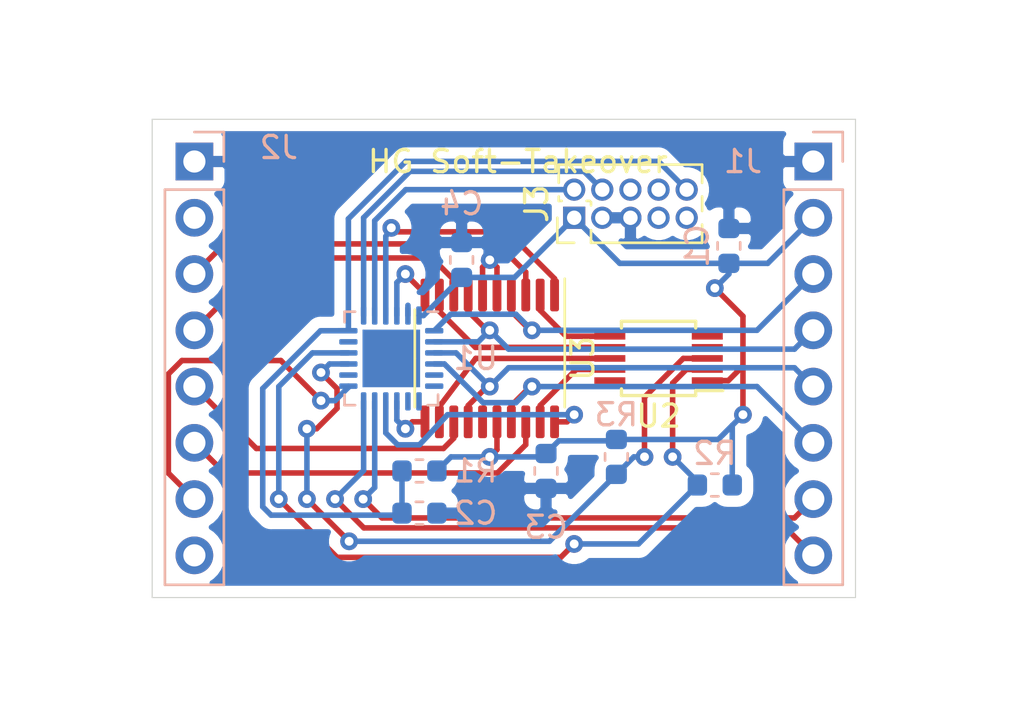
<source format=kicad_pcb>
(kicad_pcb (version 20171130) (host pcbnew "(5.1.6)-1")

  (general
    (thickness 1.6)
    (drawings 9)
    (tracks 204)
    (zones 0)
    (modules 13)
    (nets 40)
  )

  (page A4)
  (layers
    (0 F.Cu signal)
    (31 B.Cu signal)
    (32 B.Adhes user)
    (33 F.Adhes user)
    (34 B.Paste user hide)
    (35 F.Paste user)
    (36 B.SilkS user)
    (37 F.SilkS user)
    (38 B.Mask user)
    (39 F.Mask user)
    (40 Dwgs.User user)
    (41 Cmts.User user)
    (42 Eco1.User user)
    (43 Eco2.User user)
    (44 Edge.Cuts user)
    (45 Margin user)
    (46 B.CrtYd user)
    (47 F.CrtYd user)
    (48 B.Fab user)
    (49 F.Fab user)
  )

  (setup
    (last_trace_width 0.25)
    (trace_clearance 0.2)
    (zone_clearance 0.508)
    (zone_45_only no)
    (trace_min 0.2)
    (via_size 0.8)
    (via_drill 0.4)
    (via_min_size 0.4)
    (via_min_drill 0.3)
    (uvia_size 0.3)
    (uvia_drill 0.1)
    (uvias_allowed no)
    (uvia_min_size 0.2)
    (uvia_min_drill 0.1)
    (edge_width 0.05)
    (segment_width 0.2)
    (pcb_text_width 0.3)
    (pcb_text_size 1.5 1.5)
    (mod_edge_width 0.12)
    (mod_text_size 1 1)
    (mod_text_width 0.15)
    (pad_size 1.524 1.524)
    (pad_drill 0.762)
    (pad_to_mask_clearance 0.05)
    (aux_axis_origin 95.25 112.395)
    (visible_elements FFFFFF7F)
    (pcbplotparams
      (layerselection 0x010fc_ffffffff)
      (usegerberextensions false)
      (usegerberattributes true)
      (usegerberadvancedattributes true)
      (creategerberjobfile true)
      (excludeedgelayer true)
      (linewidth 0.100000)
      (plotframeref false)
      (viasonmask false)
      (mode 1)
      (useauxorigin false)
      (hpglpennumber 1)
      (hpglpenspeed 20)
      (hpglpendiameter 15.000000)
      (psnegative false)
      (psa4output false)
      (plotreference true)
      (plotvalue true)
      (plotinvisibletext false)
      (padsonsilk false)
      (subtractmaskfromsilk false)
      (outputformat 1)
      (mirror false)
      (drillshape 1)
      (scaleselection 1)
      (outputdirectory ""))
  )

  (net 0 "")
  (net 1 3v3)
  (net 2 GND)
  (net 3 RST)
  (net 4 IN_3)
  (net 5 IN_2)
  (net 6 IN_1)
  (net 7 IN_0)
  (net 8 SCL_EXT)
  (net 9 SDA_EXT)
  (net 10 OUT_0)
  (net 11 OUT_1)
  (net 12 OUT_2)
  (net 13 OUT_3)
  (net 14 SCL_DAC)
  (net 15 SDA_DAC)
  (net 16 SWDIO)
  (net 17 SWCLK)
  (net 18 "Net-(U1-Pad17)")
  (net 19 "Net-(U1-Pad14)")
  (net 20 SW_3)
  (net 21 SW_2)
  (net 22 "Net-(U1-Pad8)")
  (net 23 "Net-(U1-Pad7)")
  (net 24 SW_1)
  (net 25 SW_0)
  (net 26 DAC_3)
  (net 27 DAC_2)
  (net 28 DAC_1)
  (net 29 DAC_0)
  (net 30 "Net-(U2-Pad5)")
  (net 31 "Net-(U3-Pad15)")
  (net 32 LAYER_SEL)
  (net 33 "Net-(U1-Pad5)")
  (net 34 "Net-(U1-Pad6)")
  (net 35 "Net-(J2-Pad8)")
  (net 36 "Net-(J3-Pad9)")
  (net 37 "Net-(J3-Pad8)")
  (net 38 "Net-(J3-Pad7)")
  (net 39 "Net-(J3-Pad6)")

  (net_class Default "This is the default net class."
    (clearance 0.2)
    (trace_width 0.25)
    (via_dia 0.8)
    (via_drill 0.4)
    (uvia_dia 0.3)
    (uvia_drill 0.1)
    (add_net 3v3)
    (add_net DAC_0)
    (add_net DAC_1)
    (add_net DAC_2)
    (add_net DAC_3)
    (add_net GND)
    (add_net IN_0)
    (add_net IN_1)
    (add_net IN_2)
    (add_net IN_3)
    (add_net LAYER_SEL)
    (add_net "Net-(J2-Pad8)")
    (add_net "Net-(J3-Pad6)")
    (add_net "Net-(J3-Pad7)")
    (add_net "Net-(J3-Pad8)")
    (add_net "Net-(J3-Pad9)")
    (add_net "Net-(U1-Pad14)")
    (add_net "Net-(U1-Pad17)")
    (add_net "Net-(U1-Pad5)")
    (add_net "Net-(U1-Pad6)")
    (add_net "Net-(U1-Pad7)")
    (add_net "Net-(U1-Pad8)")
    (add_net "Net-(U2-Pad5)")
    (add_net "Net-(U3-Pad15)")
    (add_net OUT_0)
    (add_net OUT_1)
    (add_net OUT_2)
    (add_net OUT_3)
    (add_net RST)
    (add_net SCL_DAC)
    (add_net SCL_EXT)
    (add_net SDA_DAC)
    (add_net SDA_EXT)
    (add_net SWCLK)
    (add_net SWDIO)
    (add_net SW_0)
    (add_net SW_1)
    (add_net SW_2)
    (add_net SW_3)
  )

  (module Connector_PinHeader_1.27mm:PinHeader_2x05_P1.27mm_Vertical (layer F.Cu) (tedit 59FED6E3) (tstamp 5FAF828F)
    (at 110.49 95.25 90)
    (descr "Through hole straight pin header, 2x05, 1.27mm pitch, double rows")
    (tags "Through hole pin header THT 2x05 1.27mm double row")
    (path /5FE64CB5)
    (fp_text reference J3 (at 0.635 -1.695 90) (layer F.SilkS)
      (effects (font (size 1 1) (thickness 0.15)))
    )
    (fp_text value Conn_ARM_JTAG_SWD_10 (at 0.635 6.775 90) (layer F.Fab)
      (effects (font (size 1 1) (thickness 0.15)))
    )
    (fp_text user %R (at 0.635 2.54) (layer F.Fab)
      (effects (font (size 1 1) (thickness 0.15)))
    )
    (fp_line (start -0.2175 -0.635) (end 2.34 -0.635) (layer F.Fab) (width 0.1))
    (fp_line (start 2.34 -0.635) (end 2.34 5.715) (layer F.Fab) (width 0.1))
    (fp_line (start 2.34 5.715) (end -1.07 5.715) (layer F.Fab) (width 0.1))
    (fp_line (start -1.07 5.715) (end -1.07 0.2175) (layer F.Fab) (width 0.1))
    (fp_line (start -1.07 0.2175) (end -0.2175 -0.635) (layer F.Fab) (width 0.1))
    (fp_line (start -1.13 5.775) (end -0.30753 5.775) (layer F.SilkS) (width 0.12))
    (fp_line (start 1.57753 5.775) (end 2.4 5.775) (layer F.SilkS) (width 0.12))
    (fp_line (start 0.30753 5.775) (end 0.96247 5.775) (layer F.SilkS) (width 0.12))
    (fp_line (start -1.13 0.76) (end -1.13 5.775) (layer F.SilkS) (width 0.12))
    (fp_line (start 2.4 -0.695) (end 2.4 5.775) (layer F.SilkS) (width 0.12))
    (fp_line (start -1.13 0.76) (end -0.563471 0.76) (layer F.SilkS) (width 0.12))
    (fp_line (start 0.563471 0.76) (end 0.706529 0.76) (layer F.SilkS) (width 0.12))
    (fp_line (start 0.76 0.706529) (end 0.76 0.563471) (layer F.SilkS) (width 0.12))
    (fp_line (start 0.76 -0.563471) (end 0.76 -0.695) (layer F.SilkS) (width 0.12))
    (fp_line (start 0.76 -0.695) (end 0.96247 -0.695) (layer F.SilkS) (width 0.12))
    (fp_line (start 1.57753 -0.695) (end 2.4 -0.695) (layer F.SilkS) (width 0.12))
    (fp_line (start -1.13 0) (end -1.13 -0.76) (layer F.SilkS) (width 0.12))
    (fp_line (start -1.13 -0.76) (end 0 -0.76) (layer F.SilkS) (width 0.12))
    (fp_line (start -1.6 -1.15) (end -1.6 6.25) (layer F.CrtYd) (width 0.05))
    (fp_line (start -1.6 6.25) (end 2.85 6.25) (layer F.CrtYd) (width 0.05))
    (fp_line (start 2.85 6.25) (end 2.85 -1.15) (layer F.CrtYd) (width 0.05))
    (fp_line (start 2.85 -1.15) (end -1.6 -1.15) (layer F.CrtYd) (width 0.05))
    (pad 10 thru_hole oval (at 1.27 5.08 90) (size 1 1) (drill 0.65) (layers *.Cu *.Mask)
      (net 3 RST))
    (pad 9 thru_hole oval (at 0 5.08 90) (size 1 1) (drill 0.65) (layers *.Cu *.Mask)
      (net 36 "Net-(J3-Pad9)"))
    (pad 8 thru_hole oval (at 1.27 3.81 90) (size 1 1) (drill 0.65) (layers *.Cu *.Mask)
      (net 37 "Net-(J3-Pad8)"))
    (pad 7 thru_hole oval (at 0 3.81 90) (size 1 1) (drill 0.65) (layers *.Cu *.Mask)
      (net 38 "Net-(J3-Pad7)"))
    (pad 6 thru_hole oval (at 1.27 2.54 90) (size 1 1) (drill 0.65) (layers *.Cu *.Mask)
      (net 39 "Net-(J3-Pad6)"))
    (pad 5 thru_hole oval (at 0 2.54 90) (size 1 1) (drill 0.65) (layers *.Cu *.Mask)
      (net 2 GND))
    (pad 4 thru_hole oval (at 1.27 1.27 90) (size 1 1) (drill 0.65) (layers *.Cu *.Mask)
      (net 17 SWCLK))
    (pad 3 thru_hole oval (at 0 1.27 90) (size 1 1) (drill 0.65) (layers *.Cu *.Mask)
      (net 2 GND))
    (pad 2 thru_hole oval (at 1.27 0 90) (size 1 1) (drill 0.65) (layers *.Cu *.Mask)
      (net 16 SWDIO))
    (pad 1 thru_hole rect (at 0 0 90) (size 1 1) (drill 0.65) (layers *.Cu *.Mask)
      (net 1 3v3))
    (model ${KISYS3DMOD}/Connector_PinHeader_1.27mm.3dshapes/PinHeader_2x05_P1.27mm_Vertical.wrl
      (at (xyz 0 0 0))
      (scale (xyz 1 1 1))
      (rotate (xyz 0 0 0))
    )
  )

  (module Resistor_SMD:R_0603_1608Metric (layer B.Cu) (tedit 5B301BBD) (tstamp 5FADE619)
    (at 103.505 106.68 180)
    (descr "Resistor SMD 0603 (1608 Metric), square (rectangular) end terminal, IPC_7351 nominal, (Body size source: http://www.tortai-tech.com/upload/download/2011102023233369053.pdf), generated with kicad-footprint-generator")
    (tags resistor)
    (path /5FAF7E6A)
    (attr smd)
    (fp_text reference R1 (at -2.54 0 180) (layer B.SilkS)
      (effects (font (size 1 1) (thickness 0.15)) (justify mirror))
    )
    (fp_text value 10k (at 3.175 0 180) (layer B.Fab)
      (effects (font (size 1 1) (thickness 0.15)) (justify mirror))
    )
    (fp_text user %R (at 0 0 180) (layer B.Fab)
      (effects (font (size 0.4 0.4) (thickness 0.06)) (justify mirror))
    )
    (fp_line (start -0.8 -0.4) (end -0.8 0.4) (layer B.Fab) (width 0.1))
    (fp_line (start -0.8 0.4) (end 0.8 0.4) (layer B.Fab) (width 0.1))
    (fp_line (start 0.8 0.4) (end 0.8 -0.4) (layer B.Fab) (width 0.1))
    (fp_line (start 0.8 -0.4) (end -0.8 -0.4) (layer B.Fab) (width 0.1))
    (fp_line (start -0.162779 0.51) (end 0.162779 0.51) (layer B.SilkS) (width 0.12))
    (fp_line (start -0.162779 -0.51) (end 0.162779 -0.51) (layer B.SilkS) (width 0.12))
    (fp_line (start -1.48 -0.73) (end -1.48 0.73) (layer B.CrtYd) (width 0.05))
    (fp_line (start -1.48 0.73) (end 1.48 0.73) (layer B.CrtYd) (width 0.05))
    (fp_line (start 1.48 0.73) (end 1.48 -0.73) (layer B.CrtYd) (width 0.05))
    (fp_line (start 1.48 -0.73) (end -1.48 -0.73) (layer B.CrtYd) (width 0.05))
    (pad 2 smd roundrect (at 0.7875 0 180) (size 0.875 0.95) (layers B.Cu B.Paste B.Mask) (roundrect_rratio 0.25)
      (net 3 RST))
    (pad 1 smd roundrect (at -0.7875 0 180) (size 0.875 0.95) (layers B.Cu B.Paste B.Mask) (roundrect_rratio 0.25)
      (net 1 3v3))
    (model ${KISYS3DMOD}/Resistor_SMD.3dshapes/R_0603_1608Metric.wrl
      (at (xyz 0 0 0))
      (scale (xyz 1 1 1))
      (rotate (xyz 0 0 0))
    )
  )

  (module Connector_PinHeader_2.54mm:PinHeader_1x08_P2.54mm_Vertical (layer B.Cu) (tedit 59FED5CC) (tstamp 5FAE41D1)
    (at 93.345 92.71 180)
    (descr "Through hole straight pin header, 1x08, 2.54mm pitch, single row")
    (tags "Through hole pin header THT 1x08 2.54mm single row")
    (path /5FCDB26E)
    (fp_text reference J2 (at -3.81 0.635) (layer B.SilkS)
      (effects (font (size 1 1) (thickness 0.15)) (justify mirror))
    )
    (fp_text value Conn_01x08_Male (at 8.255 -18.415) (layer B.Fab) hide
      (effects (font (size 1 1) (thickness 0.15)) (justify mirror))
    )
    (fp_text user %R (at 0 -8.89 270) (layer B.Fab)
      (effects (font (size 1 1) (thickness 0.15)) (justify mirror))
    )
    (fp_line (start -0.635 1.27) (end 1.27 1.27) (layer B.Fab) (width 0.1))
    (fp_line (start 1.27 1.27) (end 1.27 -19.05) (layer B.Fab) (width 0.1))
    (fp_line (start 1.27 -19.05) (end -1.27 -19.05) (layer B.Fab) (width 0.1))
    (fp_line (start -1.27 -19.05) (end -1.27 0.635) (layer B.Fab) (width 0.1))
    (fp_line (start -1.27 0.635) (end -0.635 1.27) (layer B.Fab) (width 0.1))
    (fp_line (start -1.33 -19.11) (end 1.33 -19.11) (layer B.SilkS) (width 0.12))
    (fp_line (start -1.33 -1.27) (end -1.33 -19.11) (layer B.SilkS) (width 0.12))
    (fp_line (start 1.33 -1.27) (end 1.33 -19.11) (layer B.SilkS) (width 0.12))
    (fp_line (start -1.33 -1.27) (end 1.33 -1.27) (layer B.SilkS) (width 0.12))
    (fp_line (start -1.33 0) (end -1.33 1.33) (layer B.SilkS) (width 0.12))
    (fp_line (start -1.33 1.33) (end 0 1.33) (layer B.SilkS) (width 0.12))
    (fp_line (start -1.8 1.8) (end -1.8 -19.55) (layer B.CrtYd) (width 0.05))
    (fp_line (start -1.8 -19.55) (end 1.8 -19.55) (layer B.CrtYd) (width 0.05))
    (fp_line (start 1.8 -19.55) (end 1.8 1.8) (layer B.CrtYd) (width 0.05))
    (fp_line (start 1.8 1.8) (end -1.8 1.8) (layer B.CrtYd) (width 0.05))
    (pad 8 thru_hole oval (at 0 -17.78 180) (size 1.7 1.7) (drill 1) (layers *.Cu *.Mask)
      (net 35 "Net-(J2-Pad8)"))
    (pad 7 thru_hole oval (at 0 -15.24 180) (size 1.7 1.7) (drill 1) (layers *.Cu *.Mask)
      (net 32 LAYER_SEL))
    (pad 6 thru_hole oval (at 0 -12.7 180) (size 1.7 1.7) (drill 1) (layers *.Cu *.Mask)
      (net 13 OUT_3))
    (pad 5 thru_hole oval (at 0 -10.16 180) (size 1.7 1.7) (drill 1) (layers *.Cu *.Mask)
      (net 12 OUT_2))
    (pad 4 thru_hole oval (at 0 -7.62 180) (size 1.7 1.7) (drill 1) (layers *.Cu *.Mask)
      (net 11 OUT_1))
    (pad 3 thru_hole oval (at 0 -5.08 180) (size 1.7 1.7) (drill 1) (layers *.Cu *.Mask)
      (net 10 OUT_0))
    (pad 2 thru_hole oval (at 0 -2.54 180) (size 1.7 1.7) (drill 1) (layers *.Cu *.Mask)
      (net 1 3v3))
    (pad 1 thru_hole rect (at 0 0 180) (size 1.7 1.7) (drill 1) (layers *.Cu *.Mask)
      (net 2 GND))
    (model ${KISYS3DMOD}/Connector_PinHeader_2.54mm.3dshapes/PinHeader_1x08_P2.54mm_Vertical.wrl
      (at (xyz 0 0 0))
      (scale (xyz 1 1 1))
      (rotate (xyz 0 0 0))
    )
  )

  (module Connector_PinHeader_2.54mm:PinHeader_1x08_P2.54mm_Vertical (layer B.Cu) (tedit 59FED5CC) (tstamp 5FADE770)
    (at 121.285 92.71 180)
    (descr "Through hole straight pin header, 1x08, 2.54mm pitch, single row")
    (tags "Through hole pin header THT 1x08 2.54mm single row")
    (path /5FCD95F9)
    (fp_text reference J1 (at 3.175 0) (layer B.SilkS)
      (effects (font (size 1 1) (thickness 0.15)) (justify mirror))
    )
    (fp_text value Conn_01x08_Male (at -8.255 -18.415) (layer B.Fab) hide
      (effects (font (size 1 1) (thickness 0.15)) (justify mirror))
    )
    (fp_text user %R (at 0 -8.89 270) (layer B.Fab)
      (effects (font (size 1 1) (thickness 0.15)) (justify mirror))
    )
    (fp_line (start -0.635 1.27) (end 1.27 1.27) (layer B.Fab) (width 0.1))
    (fp_line (start 1.27 1.27) (end 1.27 -19.05) (layer B.Fab) (width 0.1))
    (fp_line (start 1.27 -19.05) (end -1.27 -19.05) (layer B.Fab) (width 0.1))
    (fp_line (start -1.27 -19.05) (end -1.27 0.635) (layer B.Fab) (width 0.1))
    (fp_line (start -1.27 0.635) (end -0.635 1.27) (layer B.Fab) (width 0.1))
    (fp_line (start -1.33 -19.11) (end 1.33 -19.11) (layer B.SilkS) (width 0.12))
    (fp_line (start -1.33 -1.27) (end -1.33 -19.11) (layer B.SilkS) (width 0.12))
    (fp_line (start 1.33 -1.27) (end 1.33 -19.11) (layer B.SilkS) (width 0.12))
    (fp_line (start -1.33 -1.27) (end 1.33 -1.27) (layer B.SilkS) (width 0.12))
    (fp_line (start -1.33 0) (end -1.33 1.33) (layer B.SilkS) (width 0.12))
    (fp_line (start -1.33 1.33) (end 0 1.33) (layer B.SilkS) (width 0.12))
    (fp_line (start -1.8 1.8) (end -1.8 -19.55) (layer B.CrtYd) (width 0.05))
    (fp_line (start -1.8 -19.55) (end 1.8 -19.55) (layer B.CrtYd) (width 0.05))
    (fp_line (start 1.8 -19.55) (end 1.8 1.8) (layer B.CrtYd) (width 0.05))
    (fp_line (start 1.8 1.8) (end -1.8 1.8) (layer B.CrtYd) (width 0.05))
    (pad 8 thru_hole oval (at 0 -17.78 180) (size 1.7 1.7) (drill 1) (layers *.Cu *.Mask)
      (net 8 SCL_EXT))
    (pad 7 thru_hole oval (at 0 -15.24 180) (size 1.7 1.7) (drill 1) (layers *.Cu *.Mask)
      (net 9 SDA_EXT))
    (pad 6 thru_hole oval (at 0 -12.7 180) (size 1.7 1.7) (drill 1) (layers *.Cu *.Mask)
      (net 4 IN_3))
    (pad 5 thru_hole oval (at 0 -10.16 180) (size 1.7 1.7) (drill 1) (layers *.Cu *.Mask)
      (net 5 IN_2))
    (pad 4 thru_hole oval (at 0 -7.62 180) (size 1.7 1.7) (drill 1) (layers *.Cu *.Mask)
      (net 6 IN_1))
    (pad 3 thru_hole oval (at 0 -5.08 180) (size 1.7 1.7) (drill 1) (layers *.Cu *.Mask)
      (net 7 IN_0))
    (pad 2 thru_hole oval (at 0 -2.54 180) (size 1.7 1.7) (drill 1) (layers *.Cu *.Mask)
      (net 1 3v3))
    (pad 1 thru_hole rect (at 0 0 180) (size 1.7 1.7) (drill 1) (layers *.Cu *.Mask)
      (net 2 GND))
    (model ${KISYS3DMOD}/Connector_PinHeader_2.54mm.3dshapes/PinHeader_1x08_P2.54mm_Vertical.wrl
      (at (xyz 0 0 0))
      (scale (xyz 1 1 1))
      (rotate (xyz 0 0 0))
    )
  )

  (module Package_SO:TSSOP-20_4.4x6.5mm_P0.65mm (layer F.Cu) (tedit 5E476F32) (tstamp 5FADFF80)
    (at 106.68 101.6 270)
    (descr "TSSOP, 20 Pin (JEDEC MO-153 Var AC https://www.jedec.org/document_search?search_api_views_fulltext=MO-153), generated with kicad-footprint-generator ipc_gullwing_generator.py")
    (tags "TSSOP SO")
    (path /5FB1BAFD)
    (attr smd)
    (fp_text reference U3 (at 0 -4.2 270) (layer F.SilkS)
      (effects (font (size 1 1) (thickness 0.15)))
    )
    (fp_text value ADG734 (at 0 4.2 270) (layer F.Fab)
      (effects (font (size 1 1) (thickness 0.15)))
    )
    (fp_line (start 3.85 -3.5) (end -3.85 -3.5) (layer F.CrtYd) (width 0.05))
    (fp_line (start 3.85 3.5) (end 3.85 -3.5) (layer F.CrtYd) (width 0.05))
    (fp_line (start -3.85 3.5) (end 3.85 3.5) (layer F.CrtYd) (width 0.05))
    (fp_line (start -3.85 -3.5) (end -3.85 3.5) (layer F.CrtYd) (width 0.05))
    (fp_line (start -2.2 -2.25) (end -1.2 -3.25) (layer F.Fab) (width 0.1))
    (fp_line (start -2.2 3.25) (end -2.2 -2.25) (layer F.Fab) (width 0.1))
    (fp_line (start 2.2 3.25) (end -2.2 3.25) (layer F.Fab) (width 0.1))
    (fp_line (start 2.2 -3.25) (end 2.2 3.25) (layer F.Fab) (width 0.1))
    (fp_line (start -1.2 -3.25) (end 2.2 -3.25) (layer F.Fab) (width 0.1))
    (fp_line (start 0 -3.385) (end -3.6 -3.385) (layer F.SilkS) (width 0.12))
    (fp_line (start 0 -3.385) (end 2.2 -3.385) (layer F.SilkS) (width 0.12))
    (fp_line (start 0 3.385) (end -2.2 3.385) (layer F.SilkS) (width 0.12))
    (fp_line (start 0 3.385) (end 2.2 3.385) (layer F.SilkS) (width 0.12))
    (fp_text user %R (at 0 0) (layer F.Fab)
      (effects (font (size 1 1) (thickness 0.15)))
    )
    (pad 1 smd roundrect (at -2.8625 -2.925 270) (size 1.475 0.4) (layers F.Cu F.Paste F.Mask) (roundrect_rratio 0.25)
      (net 25 SW_0))
    (pad 2 smd roundrect (at -2.8625 -2.275 270) (size 1.475 0.4) (layers F.Cu F.Paste F.Mask) (roundrect_rratio 0.25)
      (net 29 DAC_0))
    (pad 3 smd roundrect (at -2.8625 -1.625 270) (size 1.475 0.4) (layers F.Cu F.Paste F.Mask) (roundrect_rratio 0.25)
      (net 10 OUT_0))
    (pad 4 smd roundrect (at -2.8625 -0.975 270) (size 1.475 0.4) (layers F.Cu F.Paste F.Mask) (roundrect_rratio 0.25)
      (net 7 IN_0))
    (pad 5 smd roundrect (at -2.8625 -0.325 270) (size 1.475 0.4) (layers F.Cu F.Paste F.Mask) (roundrect_rratio 0.25)
      (net 2 GND))
    (pad 6 smd roundrect (at -2.8625 0.325 270) (size 1.475 0.4) (layers F.Cu F.Paste F.Mask) (roundrect_rratio 0.25)
      (net 2 GND))
    (pad 7 smd roundrect (at -2.8625 0.975 270) (size 1.475 0.4) (layers F.Cu F.Paste F.Mask) (roundrect_rratio 0.25)
      (net 6 IN_1))
    (pad 8 smd roundrect (at -2.8625 1.625 270) (size 1.475 0.4) (layers F.Cu F.Paste F.Mask) (roundrect_rratio 0.25)
      (net 11 OUT_1))
    (pad 9 smd roundrect (at -2.8625 2.275 270) (size 1.475 0.4) (layers F.Cu F.Paste F.Mask) (roundrect_rratio 0.25)
      (net 28 DAC_1))
    (pad 10 smd roundrect (at -2.8625 2.925 270) (size 1.475 0.4) (layers F.Cu F.Paste F.Mask) (roundrect_rratio 0.25)
      (net 24 SW_1))
    (pad 11 smd roundrect (at 2.8625 2.925 270) (size 1.475 0.4) (layers F.Cu F.Paste F.Mask) (roundrect_rratio 0.25)
      (net 21 SW_2))
    (pad 12 smd roundrect (at 2.8625 2.275 270) (size 1.475 0.4) (layers F.Cu F.Paste F.Mask) (roundrect_rratio 0.25)
      (net 27 DAC_2))
    (pad 13 smd roundrect (at 2.8625 1.625 270) (size 1.475 0.4) (layers F.Cu F.Paste F.Mask) (roundrect_rratio 0.25)
      (net 12 OUT_2))
    (pad 14 smd roundrect (at 2.8625 0.975 270) (size 1.475 0.4) (layers F.Cu F.Paste F.Mask) (roundrect_rratio 0.25)
      (net 5 IN_2))
    (pad 15 smd roundrect (at 2.8625 0.325 270) (size 1.475 0.4) (layers F.Cu F.Paste F.Mask) (roundrect_rratio 0.25)
      (net 31 "Net-(U3-Pad15)"))
    (pad 16 smd roundrect (at 2.8625 -0.325 270) (size 1.475 0.4) (layers F.Cu F.Paste F.Mask) (roundrect_rratio 0.25)
      (net 1 3v3))
    (pad 17 smd roundrect (at 2.8625 -0.975 270) (size 1.475 0.4) (layers F.Cu F.Paste F.Mask) (roundrect_rratio 0.25)
      (net 4 IN_3))
    (pad 18 smd roundrect (at 2.8625 -1.625 270) (size 1.475 0.4) (layers F.Cu F.Paste F.Mask) (roundrect_rratio 0.25)
      (net 13 OUT_3))
    (pad 19 smd roundrect (at 2.8625 -2.275 270) (size 1.475 0.4) (layers F.Cu F.Paste F.Mask) (roundrect_rratio 0.25)
      (net 26 DAC_3))
    (pad 20 smd roundrect (at 2.8625 -2.925 270) (size 1.475 0.4) (layers F.Cu F.Paste F.Mask) (roundrect_rratio 0.25)
      (net 20 SW_3))
    (model ${KISYS3DMOD}/Package_SO.3dshapes/TSSOP-20_4.4x6.5mm_P0.65mm.wrl
      (at (xyz 0 0 0))
      (scale (xyz 1 1 1))
      (rotate (xyz 0 0 0))
    )
  )

  (module Package_SO:MSOP-10_3x3mm_P0.5mm (layer F.Cu) (tedit 5A02F25C) (tstamp 5FAE38BA)
    (at 114.3 101.6 180)
    (descr "10-Lead Plastic Micro Small Outline Package (MS) [MSOP] (see Microchip Packaging Specification 00000049BS.pdf)")
    (tags "SSOP 0.5")
    (path /5FB47E6B)
    (attr smd)
    (fp_text reference U2 (at 0 -2.6 180) (layer F.SilkS)
      (effects (font (size 1 1) (thickness 0.15)))
    )
    (fp_text value MCP4728 (at 0 2.6 180) (layer F.Fab)
      (effects (font (size 1 1) (thickness 0.15)))
    )
    (fp_line (start -1.675 -1.45) (end -2.9 -1.45) (layer F.SilkS) (width 0.15))
    (fp_line (start -1.675 1.675) (end 1.675 1.675) (layer F.SilkS) (width 0.15))
    (fp_line (start -1.675 -1.675) (end 1.675 -1.675) (layer F.SilkS) (width 0.15))
    (fp_line (start -1.675 1.675) (end -1.675 1.375) (layer F.SilkS) (width 0.15))
    (fp_line (start 1.675 1.675) (end 1.675 1.375) (layer F.SilkS) (width 0.15))
    (fp_line (start 1.675 -1.675) (end 1.675 -1.375) (layer F.SilkS) (width 0.15))
    (fp_line (start -1.675 -1.675) (end -1.675 -1.45) (layer F.SilkS) (width 0.15))
    (fp_line (start -3.15 1.85) (end 3.15 1.85) (layer F.CrtYd) (width 0.05))
    (fp_line (start -3.15 -1.85) (end 3.15 -1.85) (layer F.CrtYd) (width 0.05))
    (fp_line (start 3.15 -1.85) (end 3.15 1.85) (layer F.CrtYd) (width 0.05))
    (fp_line (start -3.15 -1.85) (end -3.15 1.85) (layer F.CrtYd) (width 0.05))
    (fp_line (start -1.5 -0.5) (end -0.5 -1.5) (layer F.Fab) (width 0.15))
    (fp_line (start -1.5 1.5) (end -1.5 -0.5) (layer F.Fab) (width 0.15))
    (fp_line (start 1.5 1.5) (end -1.5 1.5) (layer F.Fab) (width 0.15))
    (fp_line (start 1.5 -1.5) (end 1.5 1.5) (layer F.Fab) (width 0.15))
    (fp_line (start -0.5 -1.5) (end 1.5 -1.5) (layer F.Fab) (width 0.15))
    (fp_text user %R (at 0 0 180) (layer F.Fab)
      (effects (font (size 0.6 0.6) (thickness 0.15)))
    )
    (pad 1 smd rect (at -2.2 -1 180) (size 1.4 0.3) (layers F.Cu F.Paste F.Mask)
      (net 1 3v3))
    (pad 2 smd rect (at -2.2 -0.5 180) (size 1.4 0.3) (layers F.Cu F.Paste F.Mask)
      (net 14 SCL_DAC))
    (pad 3 smd rect (at -2.2 0 180) (size 1.4 0.3) (layers F.Cu F.Paste F.Mask)
      (net 15 SDA_DAC))
    (pad 4 smd rect (at -2.2 0.5 180) (size 1.4 0.3) (layers F.Cu F.Paste F.Mask)
      (net 2 GND))
    (pad 5 smd rect (at -2.2 1 180) (size 1.4 0.3) (layers F.Cu F.Paste F.Mask)
      (net 30 "Net-(U2-Pad5)"))
    (pad 6 smd rect (at 2.2 1 180) (size 1.4 0.3) (layers F.Cu F.Paste F.Mask)
      (net 29 DAC_0))
    (pad 7 smd rect (at 2.2 0.5 180) (size 1.4 0.3) (layers F.Cu F.Paste F.Mask)
      (net 28 DAC_1))
    (pad 8 smd rect (at 2.2 0 180) (size 1.4 0.3) (layers F.Cu F.Paste F.Mask)
      (net 27 DAC_2))
    (pad 9 smd rect (at 2.2 -0.5 180) (size 1.4 0.3) (layers F.Cu F.Paste F.Mask)
      (net 26 DAC_3))
    (pad 10 smd rect (at 2.2 -1 180) (size 1.4 0.3) (layers F.Cu F.Paste F.Mask)
      (net 2 GND))
    (model ${KISYS3DMOD}/Package_SO.3dshapes/MSOP-10_3x3mm_P0.5mm.wrl
      (at (xyz 0 0 0))
      (scale (xyz 1 1 1))
      (rotate (xyz 0 0 0))
    )
  )

  (module Package_DFN_QFN:QFN-24-1EP_4x4mm_P0.5mm_EP2.6x2.6mm (layer B.Cu) (tedit 5DC5F6A3) (tstamp 5FAE54B1)
    (at 102.235 101.6 180)
    (descr "QFN, 24 Pin (http://ww1.microchip.com/downloads/en/PackagingSpec/00000049BQ.pdf#page=278), generated with kicad-footprint-generator ipc_noLead_generator.py")
    (tags "QFN NoLead")
    (path /5FAD2176)
    (attr smd)
    (fp_text reference U1 (at -3.81 0 180) (layer B.SilkS)
      (effects (font (size 1 1) (thickness 0.15)) (justify mirror))
    )
    (fp_text value ATSAMD11D14A-M (at 0 -3.3) (layer B.Fab)
      (effects (font (size 1 1) (thickness 0.15)) (justify mirror))
    )
    (fp_line (start 2.6 2.6) (end -2.6 2.6) (layer B.CrtYd) (width 0.05))
    (fp_line (start 2.6 -2.6) (end 2.6 2.6) (layer B.CrtYd) (width 0.05))
    (fp_line (start -2.6 -2.6) (end 2.6 -2.6) (layer B.CrtYd) (width 0.05))
    (fp_line (start -2.6 2.6) (end -2.6 -2.6) (layer B.CrtYd) (width 0.05))
    (fp_line (start -2 1) (end -1 2) (layer B.Fab) (width 0.1))
    (fp_line (start -2 -2) (end -2 1) (layer B.Fab) (width 0.1))
    (fp_line (start 2 -2) (end -2 -2) (layer B.Fab) (width 0.1))
    (fp_line (start 2 2) (end 2 -2) (layer B.Fab) (width 0.1))
    (fp_line (start -1 2) (end 2 2) (layer B.Fab) (width 0.1))
    (fp_line (start -1.635 2.11) (end -2.11 2.11) (layer B.SilkS) (width 0.12))
    (fp_line (start 2.11 -2.11) (end 2.11 -1.635) (layer B.SilkS) (width 0.12))
    (fp_line (start 1.635 -2.11) (end 2.11 -2.11) (layer B.SilkS) (width 0.12))
    (fp_line (start -2.11 -2.11) (end -2.11 -1.635) (layer B.SilkS) (width 0.12))
    (fp_line (start -1.635 -2.11) (end -2.11 -2.11) (layer B.SilkS) (width 0.12))
    (fp_line (start 2.11 2.11) (end 2.11 1.635) (layer B.SilkS) (width 0.12))
    (fp_line (start 1.635 2.11) (end 2.11 2.11) (layer B.SilkS) (width 0.12))
    (fp_text user %R (at 0 0 180) (layer B.Fab)
      (effects (font (size 1 1) (thickness 0.15)) (justify mirror))
    )
    (pad 1 smd roundrect (at -1.9375 1.25 180) (size 0.825 0.25) (layers B.Cu B.Paste B.Mask) (roundrect_rratio 0.25)
      (net 7 IN_0))
    (pad 2 smd roundrect (at -1.9375 0.75 180) (size 0.825 0.25) (layers B.Cu B.Paste B.Mask) (roundrect_rratio 0.25)
      (net 6 IN_1))
    (pad 3 smd roundrect (at -1.9375 0.25 180) (size 0.825 0.25) (layers B.Cu B.Paste B.Mask) (roundrect_rratio 0.25)
      (net 5 IN_2))
    (pad 4 smd roundrect (at -1.9375 -0.25 180) (size 0.825 0.25) (layers B.Cu B.Paste B.Mask) (roundrect_rratio 0.25)
      (net 4 IN_3))
    (pad 5 smd roundrect (at -1.9375 -0.75 180) (size 0.825 0.25) (layers B.Cu B.Paste B.Mask) (roundrect_rratio 0.25)
      (net 33 "Net-(U1-Pad5)"))
    (pad 6 smd roundrect (at -1.9375 -1.25 180) (size 0.825 0.25) (layers B.Cu B.Paste B.Mask) (roundrect_rratio 0.25)
      (net 34 "Net-(U1-Pad6)"))
    (pad 7 smd roundrect (at -1.25 -1.9375 180) (size 0.25 0.825) (layers B.Cu B.Paste B.Mask) (roundrect_rratio 0.25)
      (net 23 "Net-(U1-Pad7)"))
    (pad 8 smd roundrect (at -0.75 -1.9375 180) (size 0.25 0.825) (layers B.Cu B.Paste B.Mask) (roundrect_rratio 0.25)
      (net 22 "Net-(U1-Pad8)"))
    (pad 9 smd roundrect (at -0.25 -1.9375 180) (size 0.25 0.825) (layers B.Cu B.Paste B.Mask) (roundrect_rratio 0.25)
      (net 21 SW_2))
    (pad 10 smd roundrect (at 0.25 -1.9375 180) (size 0.25 0.825) (layers B.Cu B.Paste B.Mask) (roundrect_rratio 0.25)
      (net 20 SW_3))
    (pad 11 smd roundrect (at 0.75 -1.9375 180) (size 0.25 0.825) (layers B.Cu B.Paste B.Mask) (roundrect_rratio 0.25)
      (net 9 SDA_EXT))
    (pad 12 smd roundrect (at 1.25 -1.9375 180) (size 0.25 0.825) (layers B.Cu B.Paste B.Mask) (roundrect_rratio 0.25)
      (net 8 SCL_EXT))
    (pad 13 smd roundrect (at 1.9375 -1.25 180) (size 0.825 0.25) (layers B.Cu B.Paste B.Mask) (roundrect_rratio 0.25)
      (net 32 LAYER_SEL))
    (pad 14 smd roundrect (at 1.9375 -0.75 180) (size 0.825 0.25) (layers B.Cu B.Paste B.Mask) (roundrect_rratio 0.25)
      (net 19 "Net-(U1-Pad14)"))
    (pad 15 smd roundrect (at 1.9375 -0.25 180) (size 0.825 0.25) (layers B.Cu B.Paste B.Mask) (roundrect_rratio 0.25)
      (net 15 SDA_DAC))
    (pad 16 smd roundrect (at 1.9375 0.25 180) (size 0.825 0.25) (layers B.Cu B.Paste B.Mask) (roundrect_rratio 0.25)
      (net 14 SCL_DAC))
    (pad 17 smd roundrect (at 1.9375 0.75 180) (size 0.825 0.25) (layers B.Cu B.Paste B.Mask) (roundrect_rratio 0.25)
      (net 18 "Net-(U1-Pad17)"))
    (pad 18 smd roundrect (at 1.9375 1.25 180) (size 0.825 0.25) (layers B.Cu B.Paste B.Mask) (roundrect_rratio 0.25)
      (net 3 RST))
    (pad 19 smd roundrect (at 1.25 1.9375 180) (size 0.25 0.825) (layers B.Cu B.Paste B.Mask) (roundrect_rratio 0.25)
      (net 17 SWCLK))
    (pad 20 smd roundrect (at 0.75 1.9375 180) (size 0.25 0.825) (layers B.Cu B.Paste B.Mask) (roundrect_rratio 0.25)
      (net 16 SWDIO))
    (pad 21 smd roundrect (at 0.25 1.9375 180) (size 0.25 0.825) (layers B.Cu B.Paste B.Mask) (roundrect_rratio 0.25)
      (net 25 SW_0))
    (pad 22 smd roundrect (at -0.25 1.9375 180) (size 0.25 0.825) (layers B.Cu B.Paste B.Mask) (roundrect_rratio 0.25)
      (net 24 SW_1))
    (pad 23 smd roundrect (at -0.75 1.9375 180) (size 0.25 0.825) (layers B.Cu B.Paste B.Mask) (roundrect_rratio 0.25)
      (net 2 GND))
    (pad 24 smd roundrect (at -1.25 1.9375 180) (size 0.25 0.825) (layers B.Cu B.Paste B.Mask) (roundrect_rratio 0.25)
      (net 1 3v3))
    (pad 25 smd rect (at 0 0 180) (size 2.6 2.6) (layers B.Cu B.Mask))
    (pad "" smd roundrect (at -0.65 0.65 180) (size 1.05 1.05) (layers B.Paste) (roundrect_rratio 0.238095))
    (pad "" smd roundrect (at -0.65 -0.65 180) (size 1.05 1.05) (layers B.Paste) (roundrect_rratio 0.238095))
    (pad "" smd roundrect (at 0.65 0.65 180) (size 1.05 1.05) (layers B.Paste) (roundrect_rratio 0.238095))
    (pad "" smd roundrect (at 0.65 -0.65 180) (size 1.05 1.05) (layers B.Paste) (roundrect_rratio 0.238095))
    (model ${KISYS3DMOD}/Package_DFN_QFN.3dshapes/QFN-24-1EP_4x4mm_P0.5mm_EP2.6x2.6mm.wrl
      (at (xyz 0 0 0))
      (scale (xyz 1 1 1))
      (rotate (xyz 0 0 0))
    )
  )

  (module Resistor_SMD:R_0603_1608Metric (layer B.Cu) (tedit 5B301BBD) (tstamp 5FADE5E9)
    (at 112.395 106.045 270)
    (descr "Resistor SMD 0603 (1608 Metric), square (rectangular) end terminal, IPC_7351 nominal, (Body size source: http://www.tortai-tech.com/upload/download/2011102023233369053.pdf), generated with kicad-footprint-generator")
    (tags resistor)
    (path /5FB47E94)
    (attr smd)
    (fp_text reference R3 (at -1.905 0 180) (layer B.SilkS)
      (effects (font (size 1 1) (thickness 0.15)) (justify mirror))
    )
    (fp_text value 5k (at 0 -1.43 270) (layer B.Fab)
      (effects (font (size 1 1) (thickness 0.15)) (justify mirror))
    )
    (fp_text user %R (at 0 0 270) (layer B.Fab)
      (effects (font (size 0.4 0.4) (thickness 0.06)) (justify mirror))
    )
    (fp_line (start -0.8 -0.4) (end -0.8 0.4) (layer B.Fab) (width 0.1))
    (fp_line (start -0.8 0.4) (end 0.8 0.4) (layer B.Fab) (width 0.1))
    (fp_line (start 0.8 0.4) (end 0.8 -0.4) (layer B.Fab) (width 0.1))
    (fp_line (start 0.8 -0.4) (end -0.8 -0.4) (layer B.Fab) (width 0.1))
    (fp_line (start -0.162779 0.51) (end 0.162779 0.51) (layer B.SilkS) (width 0.12))
    (fp_line (start -0.162779 -0.51) (end 0.162779 -0.51) (layer B.SilkS) (width 0.12))
    (fp_line (start -1.48 -0.73) (end -1.48 0.73) (layer B.CrtYd) (width 0.05))
    (fp_line (start -1.48 0.73) (end 1.48 0.73) (layer B.CrtYd) (width 0.05))
    (fp_line (start 1.48 0.73) (end 1.48 -0.73) (layer B.CrtYd) (width 0.05))
    (fp_line (start 1.48 -0.73) (end -1.48 -0.73) (layer B.CrtYd) (width 0.05))
    (pad 2 smd roundrect (at 0.7875 0 270) (size 0.875 0.95) (layers B.Cu B.Paste B.Mask) (roundrect_rratio 0.25)
      (net 15 SDA_DAC))
    (pad 1 smd roundrect (at -0.7875 0 270) (size 0.875 0.95) (layers B.Cu B.Paste B.Mask) (roundrect_rratio 0.25)
      (net 1 3v3))
    (model ${KISYS3DMOD}/Resistor_SMD.3dshapes/R_0603_1608Metric.wrl
      (at (xyz 0 0 0))
      (scale (xyz 1 1 1))
      (rotate (xyz 0 0 0))
    )
  )

  (module Resistor_SMD:R_0603_1608Metric (layer B.Cu) (tedit 5B301BBD) (tstamp 5FADE589)
    (at 116.84 107.315 180)
    (descr "Resistor SMD 0603 (1608 Metric), square (rectangular) end terminal, IPC_7351 nominal, (Body size source: http://www.tortai-tech.com/upload/download/2011102023233369053.pdf), generated with kicad-footprint-generator")
    (tags resistor)
    (path /5FB47E8D)
    (attr smd)
    (fp_text reference R2 (at 0 1.43 180) (layer B.SilkS)
      (effects (font (size 1 1) (thickness 0.15)) (justify mirror))
    )
    (fp_text value 5k (at 0 -1.43 180) (layer B.Fab)
      (effects (font (size 1 1) (thickness 0.15)) (justify mirror))
    )
    (fp_text user %R (at 0 0 180) (layer B.Fab)
      (effects (font (size 0.4 0.4) (thickness 0.06)) (justify mirror))
    )
    (fp_line (start -0.8 -0.4) (end -0.8 0.4) (layer B.Fab) (width 0.1))
    (fp_line (start -0.8 0.4) (end 0.8 0.4) (layer B.Fab) (width 0.1))
    (fp_line (start 0.8 0.4) (end 0.8 -0.4) (layer B.Fab) (width 0.1))
    (fp_line (start 0.8 -0.4) (end -0.8 -0.4) (layer B.Fab) (width 0.1))
    (fp_line (start -0.162779 0.51) (end 0.162779 0.51) (layer B.SilkS) (width 0.12))
    (fp_line (start -0.162779 -0.51) (end 0.162779 -0.51) (layer B.SilkS) (width 0.12))
    (fp_line (start -1.48 -0.73) (end -1.48 0.73) (layer B.CrtYd) (width 0.05))
    (fp_line (start -1.48 0.73) (end 1.48 0.73) (layer B.CrtYd) (width 0.05))
    (fp_line (start 1.48 0.73) (end 1.48 -0.73) (layer B.CrtYd) (width 0.05))
    (fp_line (start 1.48 -0.73) (end -1.48 -0.73) (layer B.CrtYd) (width 0.05))
    (pad 2 smd roundrect (at 0.7875 0 180) (size 0.875 0.95) (layers B.Cu B.Paste B.Mask) (roundrect_rratio 0.25)
      (net 14 SCL_DAC))
    (pad 1 smd roundrect (at -0.7875 0 180) (size 0.875 0.95) (layers B.Cu B.Paste B.Mask) (roundrect_rratio 0.25)
      (net 1 3v3))
    (model ${KISYS3DMOD}/Resistor_SMD.3dshapes/R_0603_1608Metric.wrl
      (at (xyz 0 0 0))
      (scale (xyz 1 1 1))
      (rotate (xyz 0 0 0))
    )
  )

  (module Capacitor_SMD:C_0603_1608Metric (layer B.Cu) (tedit 5B301BBE) (tstamp 5FADE649)
    (at 105.41 97.155 270)
    (descr "Capacitor SMD 0603 (1608 Metric), square (rectangular) end terminal, IPC_7351 nominal, (Body size source: http://www.tortai-tech.com/upload/download/2011102023233369053.pdf), generated with kicad-footprint-generator")
    (tags capacitor)
    (path /5FAD684C)
    (attr smd)
    (fp_text reference C4 (at -2.54 0 180) (layer B.SilkS)
      (effects (font (size 1 1) (thickness 0.15)) (justify mirror))
    )
    (fp_text value 100nF (at 0.635 -3.175 180) (layer B.Fab)
      (effects (font (size 1 1) (thickness 0.15)) (justify mirror))
    )
    (fp_text user %R (at 0 0 90) (layer B.Fab)
      (effects (font (size 0.4 0.4) (thickness 0.06)) (justify mirror))
    )
    (fp_line (start -0.8 -0.4) (end -0.8 0.4) (layer B.Fab) (width 0.1))
    (fp_line (start -0.8 0.4) (end 0.8 0.4) (layer B.Fab) (width 0.1))
    (fp_line (start 0.8 0.4) (end 0.8 -0.4) (layer B.Fab) (width 0.1))
    (fp_line (start 0.8 -0.4) (end -0.8 -0.4) (layer B.Fab) (width 0.1))
    (fp_line (start -0.162779 0.51) (end 0.162779 0.51) (layer B.SilkS) (width 0.12))
    (fp_line (start -0.162779 -0.51) (end 0.162779 -0.51) (layer B.SilkS) (width 0.12))
    (fp_line (start -1.48 -0.73) (end -1.48 0.73) (layer B.CrtYd) (width 0.05))
    (fp_line (start -1.48 0.73) (end 1.48 0.73) (layer B.CrtYd) (width 0.05))
    (fp_line (start 1.48 0.73) (end 1.48 -0.73) (layer B.CrtYd) (width 0.05))
    (fp_line (start 1.48 -0.73) (end -1.48 -0.73) (layer B.CrtYd) (width 0.05))
    (pad 2 smd roundrect (at 0.7875 0 270) (size 0.875 0.95) (layers B.Cu B.Paste B.Mask) (roundrect_rratio 0.25)
      (net 1 3v3))
    (pad 1 smd roundrect (at -0.7875 0 270) (size 0.875 0.95) (layers B.Cu B.Paste B.Mask) (roundrect_rratio 0.25)
      (net 2 GND))
    (model ${KISYS3DMOD}/Capacitor_SMD.3dshapes/C_0603_1608Metric.wrl
      (at (xyz 0 0 0))
      (scale (xyz 1 1 1))
      (rotate (xyz 0 0 0))
    )
  )

  (module Capacitor_SMD:C_0603_1608Metric (layer B.Cu) (tedit 5B301BBE) (tstamp 5FADE679)
    (at 109.22 106.68 90)
    (descr "Capacitor SMD 0603 (1608 Metric), square (rectangular) end terminal, IPC_7351 nominal, (Body size source: http://www.tortai-tech.com/upload/download/2011102023233369053.pdf), generated with kicad-footprint-generator")
    (tags capacitor)
    (path /5FB47E7D)
    (attr smd)
    (fp_text reference C3 (at -2.54 0) (layer B.SilkS)
      (effects (font (size 1 1) (thickness 0.15)) (justify mirror))
    )
    (fp_text value 100nF (at -1.905 3.81 180) (layer B.Fab)
      (effects (font (size 1 1) (thickness 0.15)) (justify mirror))
    )
    (fp_text user %R (at 0 0 270) (layer B.Fab)
      (effects (font (size 0.4 0.4) (thickness 0.06)) (justify mirror))
    )
    (fp_line (start -0.8 -0.4) (end -0.8 0.4) (layer B.Fab) (width 0.1))
    (fp_line (start -0.8 0.4) (end 0.8 0.4) (layer B.Fab) (width 0.1))
    (fp_line (start 0.8 0.4) (end 0.8 -0.4) (layer B.Fab) (width 0.1))
    (fp_line (start 0.8 -0.4) (end -0.8 -0.4) (layer B.Fab) (width 0.1))
    (fp_line (start -0.162779 0.51) (end 0.162779 0.51) (layer B.SilkS) (width 0.12))
    (fp_line (start -0.162779 -0.51) (end 0.162779 -0.51) (layer B.SilkS) (width 0.12))
    (fp_line (start -1.48 -0.73) (end -1.48 0.73) (layer B.CrtYd) (width 0.05))
    (fp_line (start -1.48 0.73) (end 1.48 0.73) (layer B.CrtYd) (width 0.05))
    (fp_line (start 1.48 0.73) (end 1.48 -0.73) (layer B.CrtYd) (width 0.05))
    (fp_line (start 1.48 -0.73) (end -1.48 -0.73) (layer B.CrtYd) (width 0.05))
    (pad 2 smd roundrect (at 0.7875 0 90) (size 0.875 0.95) (layers B.Cu B.Paste B.Mask) (roundrect_rratio 0.25)
      (net 1 3v3))
    (pad 1 smd roundrect (at -0.7875 0 90) (size 0.875 0.95) (layers B.Cu B.Paste B.Mask) (roundrect_rratio 0.25)
      (net 2 GND))
    (model ${KISYS3DMOD}/Capacitor_SMD.3dshapes/C_0603_1608Metric.wrl
      (at (xyz 0 0 0))
      (scale (xyz 1 1 1))
      (rotate (xyz 0 0 0))
    )
  )

  (module Capacitor_SMD:C_0603_1608Metric (layer B.Cu) (tedit 5B301BBE) (tstamp 5FADE5B9)
    (at 103.505 108.585)
    (descr "Capacitor SMD 0603 (1608 Metric), square (rectangular) end terminal, IPC_7351 nominal, (Body size source: http://www.tortai-tech.com/upload/download/2011102023233369053.pdf), generated with kicad-footprint-generator")
    (tags capacitor)
    (path /5FAF8D8B)
    (attr smd)
    (fp_text reference C2 (at 2.54 0 180) (layer B.SilkS)
      (effects (font (size 1 1) (thickness 0.15)) (justify mirror))
    )
    (fp_text value 100nF (at -3.81 0 180) (layer B.Fab)
      (effects (font (size 1 1) (thickness 0.15)) (justify mirror))
    )
    (fp_text user %R (at 0 0 180) (layer B.Fab)
      (effects (font (size 0.4 0.4) (thickness 0.06)) (justify mirror))
    )
    (fp_line (start -0.8 -0.4) (end -0.8 0.4) (layer B.Fab) (width 0.1))
    (fp_line (start -0.8 0.4) (end 0.8 0.4) (layer B.Fab) (width 0.1))
    (fp_line (start 0.8 0.4) (end 0.8 -0.4) (layer B.Fab) (width 0.1))
    (fp_line (start 0.8 -0.4) (end -0.8 -0.4) (layer B.Fab) (width 0.1))
    (fp_line (start -0.162779 0.51) (end 0.162779 0.51) (layer B.SilkS) (width 0.12))
    (fp_line (start -0.162779 -0.51) (end 0.162779 -0.51) (layer B.SilkS) (width 0.12))
    (fp_line (start -1.48 -0.73) (end -1.48 0.73) (layer B.CrtYd) (width 0.05))
    (fp_line (start -1.48 0.73) (end 1.48 0.73) (layer B.CrtYd) (width 0.05))
    (fp_line (start 1.48 0.73) (end 1.48 -0.73) (layer B.CrtYd) (width 0.05))
    (fp_line (start 1.48 -0.73) (end -1.48 -0.73) (layer B.CrtYd) (width 0.05))
    (pad 2 smd roundrect (at 0.7875 0) (size 0.875 0.95) (layers B.Cu B.Paste B.Mask) (roundrect_rratio 0.25)
      (net 2 GND))
    (pad 1 smd roundrect (at -0.7875 0) (size 0.875 0.95) (layers B.Cu B.Paste B.Mask) (roundrect_rratio 0.25)
      (net 3 RST))
    (model ${KISYS3DMOD}/Capacitor_SMD.3dshapes/C_0603_1608Metric.wrl
      (at (xyz 0 0 0))
      (scale (xyz 1 1 1))
      (rotate (xyz 0 0 0))
    )
  )

  (module Capacitor_SMD:C_0603_1608Metric (layer B.Cu) (tedit 5B301BBE) (tstamp 5FADE6A9)
    (at 117.475 96.52 270)
    (descr "Capacitor SMD 0603 (1608 Metric), square (rectangular) end terminal, IPC_7351 nominal, (Body size source: http://www.tortai-tech.com/upload/download/2011102023233369053.pdf), generated with kicad-footprint-generator")
    (tags capacitor)
    (path /5FC12197)
    (attr smd)
    (fp_text reference C1 (at 0 1.43 90) (layer B.SilkS)
      (effects (font (size 1 1) (thickness 0.15)) (justify mirror))
    )
    (fp_text value 100nF (at 0 -1.43 90) (layer B.Fab)
      (effects (font (size 1 1) (thickness 0.15)) (justify mirror))
    )
    (fp_text user %R (at 0 0 90) (layer B.Fab)
      (effects (font (size 0.4 0.4) (thickness 0.06)) (justify mirror))
    )
    (fp_line (start -0.8 -0.4) (end -0.8 0.4) (layer B.Fab) (width 0.1))
    (fp_line (start -0.8 0.4) (end 0.8 0.4) (layer B.Fab) (width 0.1))
    (fp_line (start 0.8 0.4) (end 0.8 -0.4) (layer B.Fab) (width 0.1))
    (fp_line (start 0.8 -0.4) (end -0.8 -0.4) (layer B.Fab) (width 0.1))
    (fp_line (start -0.162779 0.51) (end 0.162779 0.51) (layer B.SilkS) (width 0.12))
    (fp_line (start -0.162779 -0.51) (end 0.162779 -0.51) (layer B.SilkS) (width 0.12))
    (fp_line (start -1.48 -0.73) (end -1.48 0.73) (layer B.CrtYd) (width 0.05))
    (fp_line (start -1.48 0.73) (end 1.48 0.73) (layer B.CrtYd) (width 0.05))
    (fp_line (start 1.48 0.73) (end 1.48 -0.73) (layer B.CrtYd) (width 0.05))
    (fp_line (start 1.48 -0.73) (end -1.48 -0.73) (layer B.CrtYd) (width 0.05))
    (pad 2 smd roundrect (at 0.7875 0 270) (size 0.875 0.95) (layers B.Cu B.Paste B.Mask) (roundrect_rratio 0.25)
      (net 1 3v3))
    (pad 1 smd roundrect (at -0.7875 0 270) (size 0.875 0.95) (layers B.Cu B.Paste B.Mask) (roundrect_rratio 0.25)
      (net 2 GND))
    (model ${KISYS3DMOD}/Capacitor_SMD.3dshapes/C_0603_1608Metric.wrl
      (at (xyz 0 0 0))
      (scale (xyz 1 1 1))
      (rotate (xyz 0 0 0))
    )
  )

  (gr_text "HG Soft-Takeover" (at 107.95 92.71) (layer F.SilkS)
    (effects (font (size 1 1) (thickness 0.15)))
  )
  (gr_line (start 123.19 90.805) (end 123.19 112.395) (layer Edge.Cuts) (width 0.05) (tstamp 5FAEAF6D))
  (gr_line (start 91.44 90.805) (end 123.19 90.805) (layer Edge.Cuts) (width 0.05))
  (gr_line (start 91.44 112.395) (end 91.44 90.805) (layer Edge.Cuts) (width 0.05))
  (gr_line (start 123.19 112.395) (end 91.44 112.395) (layer Edge.Cuts) (width 0.05))
  (dimension 31.75 (width 0.15) (layer Dwgs.User)
    (gr_text "31.750 mm" (at 107.315 116.235) (layer Dwgs.User)
      (effects (font (size 1 1) (thickness 0.15)))
    )
    (feature1 (pts (xy 123.19 110.49) (xy 123.19 115.521421)))
    (feature2 (pts (xy 91.44 110.49) (xy 91.44 115.521421)))
    (crossbar (pts (xy 91.44 114.935) (xy 123.19 114.935)))
    (arrow1a (pts (xy 123.19 114.935) (xy 122.063496 115.521421)))
    (arrow1b (pts (xy 123.19 114.935) (xy 122.063496 114.348579)))
    (arrow2a (pts (xy 91.44 114.935) (xy 92.566504 115.521421)))
    (arrow2b (pts (xy 91.44 114.935) (xy 92.566504 114.348579)))
  )
  (dimension 21.59 (width 0.15) (layer Dwgs.User)
    (gr_text "21.590 mm" (at 128.3 101.6 270) (layer Dwgs.User)
      (effects (font (size 1 1) (thickness 0.15)))
    )
    (feature1 (pts (xy 121.285 112.395) (xy 127.586421 112.395)))
    (feature2 (pts (xy 121.285 90.805) (xy 127.586421 90.805)))
    (crossbar (pts (xy 127 90.805) (xy 127 112.395)))
    (arrow1a (pts (xy 127 112.395) (xy 126.413579 111.268496)))
    (arrow1b (pts (xy 127 112.395) (xy 127.586421 111.268496)))
    (arrow2a (pts (xy 127 90.805) (xy 126.413579 91.931504)))
    (arrow2b (pts (xy 127 90.805) (xy 127.586421 91.931504)))
  )
  (dimension 17.78 (width 0.15) (layer Dwgs.User)
    (gr_text "17.780 mm" (at 88.235 101.6 270) (layer Dwgs.User)
      (effects (font (size 1 1) (thickness 0.15)))
    )
    (feature1 (pts (xy 93.345 110.49) (xy 88.948579 110.49)))
    (feature2 (pts (xy 93.345 92.71) (xy 88.948579 92.71)))
    (crossbar (pts (xy 89.535 92.71) (xy 89.535 110.49)))
    (arrow1a (pts (xy 89.535 110.49) (xy 88.948579 109.363496)))
    (arrow1b (pts (xy 89.535 110.49) (xy 90.121421 109.363496)))
    (arrow2a (pts (xy 89.535 92.71) (xy 88.948579 93.836504)))
    (arrow2b (pts (xy 89.535 92.71) (xy 90.121421 93.836504)))
  )
  (dimension 27.94 (width 0.15) (layer Dwgs.User)
    (gr_text "27.940 mm" (at 107.315 88.235) (layer Dwgs.User)
      (effects (font (size 1 1) (thickness 0.15)))
    )
    (feature1 (pts (xy 121.285 92.71) (xy 121.285 88.948579)))
    (feature2 (pts (xy 93.345 92.71) (xy 93.345 88.948579)))
    (crossbar (pts (xy 93.345 89.535) (xy 121.285 89.535)))
    (arrow1a (pts (xy 121.285 89.535) (xy 120.158496 90.121421)))
    (arrow1b (pts (xy 121.285 89.535) (xy 120.158496 88.948579)))
    (arrow2a (pts (xy 93.345 89.535) (xy 94.471504 90.121421)))
    (arrow2b (pts (xy 93.345 89.535) (xy 94.471504 88.948579)))
  )

  (via (at 106.68 106.045) (size 0.8) (drill 0.4) (layers F.Cu B.Cu) (net 1))
  (segment (start 107.005 104.4625) (end 107.005 105.72) (width 0.25) (layer F.Cu) (net 1))
  (segment (start 107.005 105.72) (end 106.68 106.045) (width 0.25) (layer F.Cu) (net 1))
  (segment (start 117.45 102.6) (end 118.11 101.94) (width 0.25) (layer F.Cu) (net 1))
  (segment (start 116.5 102.6) (end 117.45 102.6) (width 0.25) (layer F.Cu) (net 1))
  (via (at 118.11 104.14) (size 0.8) (drill 0.4) (layers F.Cu B.Cu) (net 1))
  (segment (start 118.11 104.14) (end 118.11 101.94) (width 0.25) (layer F.Cu) (net 1))
  (segment (start 117.6275 104.6225) (end 118.11 104.14) (width 0.25) (layer B.Cu) (net 1))
  (segment (start 117.6275 107.315) (end 117.6275 104.6225) (width 0.25) (layer B.Cu) (net 1))
  (segment (start 104.9275 106.045) (end 104.2925 106.68) (width 0.25) (layer B.Cu) (net 1))
  (segment (start 106.68 106.045) (end 104.9275 106.045) (width 0.25) (layer B.Cu) (net 1))
  (segment (start 116.9925 105.2575) (end 117.6275 104.6225) (width 0.25) (layer B.Cu) (net 1))
  (segment (start 112.395 105.2575) (end 116.9925 105.2575) (width 0.25) (layer B.Cu) (net 1))
  (segment (start 109.0675 106.045) (end 109.22 105.8925) (width 0.25) (layer B.Cu) (net 1))
  (segment (start 106.68 106.045) (end 109.0675 106.045) (width 0.25) (layer B.Cu) (net 1))
  (segment (start 112.332501 105.319999) (end 112.395 105.2575) (width 0.25) (layer B.Cu) (net 1))
  (segment (start 109.792501 105.319999) (end 112.332501 105.319999) (width 0.25) (layer B.Cu) (net 1))
  (segment (start 109.22 105.8925) (end 109.792501 105.319999) (width 0.25) (layer B.Cu) (net 1))
  (segment (start 120.8025 94.7675) (end 121.285 95.25) (width 0.25) (layer B.Cu) (net 1))
  (segment (start 119.2275 97.3075) (end 121.285 95.25) (width 0.25) (layer B.Cu) (net 1))
  (segment (start 117.475 97.3075) (end 119.2275 97.3075) (width 0.25) (layer B.Cu) (net 1))
  (segment (start 103.69 99.6625) (end 105.41 97.9425) (width 0.25) (layer B.Cu) (net 1))
  (segment (start 103.485 99.6625) (end 103.69 99.6625) (width 0.25) (layer B.Cu) (net 1))
  (segment (start 107.7975 97.9425) (end 110.49 95.25) (width 0.25) (layer B.Cu) (net 1))
  (segment (start 105.41 97.9425) (end 107.7975 97.9425) (width 0.25) (layer B.Cu) (net 1))
  (segment (start 112.5475 97.3075) (end 110.49 95.25) (width 0.25) (layer B.Cu) (net 1))
  (segment (start 117.475 97.3075) (end 112.5475 97.3075) (width 0.25) (layer B.Cu) (net 1))
  (via (at 116.84 98.425) (size 0.8) (drill 0.4) (layers F.Cu B.Cu) (net 1))
  (segment (start 118.11 99.695) (end 118.11 101.94) (width 0.25) (layer F.Cu) (net 1))
  (segment (start 116.84 98.425) (end 118.11 99.695) (width 0.25) (layer F.Cu) (net 1))
  (segment (start 117.475 97.79) (end 116.84 98.425) (width 0.25) (layer B.Cu) (net 1))
  (segment (start 117.475 97.3075) (end 117.475 97.79) (width 0.25) (layer B.Cu) (net 1))
  (segment (start 106.355 98.7375) (end 106.355 97.48) (width 0.25) (layer F.Cu) (net 2))
  (segment (start 106.355 97.48) (end 106.68 97.155) (width 0.25) (layer F.Cu) (net 2))
  (segment (start 107.005 97.48) (end 106.68 97.155) (width 0.25) (layer F.Cu) (net 2))
  (segment (start 107.005 98.7375) (end 107.005 97.48) (width 0.25) (layer F.Cu) (net 2))
  (via (at 106.68 97.155) (size 0.8) (drill 0.4) (layers F.Cu B.Cu) (net 2))
  (segment (start 102.985 99.6625) (end 102.985 99.201978) (width 0.25) (layer B.Cu) (net 2))
  (segment (start 99.836978 100.35) (end 100.2975 100.35) (width 0.25) (layer B.Cu) (net 3))
  (segment (start 102.7175 108.585) (end 102.7175 106.68) (width 0.25) (layer B.Cu) (net 3))
  (segment (start 100.2975 95.296677) (end 100.2975 100.35) (width 0.25) (layer B.Cu) (net 3))
  (segment (start 102.889187 92.70499) (end 100.2975 95.296677) (width 0.25) (layer B.Cu) (net 3))
  (segment (start 114.294989 92.704989) (end 102.889187 92.70499) (width 0.25) (layer B.Cu) (net 3))
  (segment (start 115.57 93.98) (end 114.294989 92.704989) (width 0.25) (layer B.Cu) (net 3))
  (segment (start 102.627499 108.675001) (end 102.7175 108.585) (width 0.25) (layer B.Cu) (net 3))
  (segment (start 96.806999 108.675001) (end 102.627499 108.675001) (width 0.25) (layer B.Cu) (net 3))
  (segment (start 96.429999 108.298001) (end 96.806999 108.675001) (width 0.25) (layer B.Cu) (net 3))
  (segment (start 96.429999 102.958591) (end 96.429999 108.298001) (width 0.25) (layer B.Cu) (net 3))
  (segment (start 99.03859 100.35) (end 96.429999 102.958591) (width 0.25) (layer B.Cu) (net 3))
  (segment (start 100.2975 100.35) (end 99.03859 100.35) (width 0.25) (layer B.Cu) (net 3))
  (via (at 108.585 102.87) (size 0.8) (drill 0.4) (layers F.Cu B.Cu) (net 4))
  (segment (start 108.51 102.87) (end 108.585 102.87) (width 0.25) (layer F.Cu) (net 4))
  (segment (start 107.655 104.4625) (end 107.655 103.725) (width 0.25) (layer F.Cu) (net 4))
  (segment (start 107.655 103.725) (end 108.51 102.87) (width 0.25) (layer F.Cu) (net 4))
  (segment (start 106.378023 103.595001) (end 104.633022 101.85) (width 0.25) (layer B.Cu) (net 4))
  (segment (start 104.633022 101.85) (end 104.1725 101.85) (width 0.25) (layer B.Cu) (net 4))
  (segment (start 107.859999 103.595001) (end 106.378023 103.595001) (width 0.25) (layer B.Cu) (net 4))
  (segment (start 108.585 102.87) (end 107.859999 103.595001) (width 0.25) (layer B.Cu) (net 4))
  (segment (start 118.745 102.87) (end 108.585 102.87) (width 0.25) (layer B.Cu) (net 4))
  (segment (start 121.285 105.41) (end 118.745 102.87) (width 0.25) (layer B.Cu) (net 4))
  (segment (start 105.705 104.4625) (end 105.705 103.725) (width 0.25) (layer F.Cu) (net 5))
  (via (at 106.68 102.87) (size 0.8) (drill 0.4) (layers F.Cu B.Cu) (net 5))
  (segment (start 106.56 102.87) (end 106.68 102.87) (width 0.25) (layer F.Cu) (net 5))
  (segment (start 105.705 103.725) (end 106.56 102.87) (width 0.25) (layer F.Cu) (net 5))
  (segment (start 105.16 101.35) (end 104.1725 101.35) (width 0.25) (layer B.Cu) (net 5))
  (segment (start 106.68 102.87) (end 105.16 101.35) (width 0.25) (layer B.Cu) (net 5))
  (segment (start 120.435001 102.020001) (end 107.529999 102.020001) (width 0.25) (layer B.Cu) (net 5))
  (segment (start 107.529999 102.020001) (end 106.68 102.87) (width 0.25) (layer B.Cu) (net 5))
  (segment (start 121.285 102.87) (end 120.435001 102.020001) (width 0.25) (layer B.Cu) (net 5))
  (via (at 106.68 100.33) (size 0.8) (drill 0.4) (layers F.Cu B.Cu) (net 6))
  (segment (start 105.705 98.7375) (end 105.705 99.475) (width 0.25) (layer F.Cu) (net 6))
  (segment (start 106.56 100.33) (end 106.68 100.33) (width 0.25) (layer F.Cu) (net 6))
  (segment (start 105.705 99.475) (end 106.56 100.33) (width 0.25) (layer F.Cu) (net 6))
  (segment (start 120.435001 101.179999) (end 107.529999 101.179999) (width 0.25) (layer B.Cu) (net 6))
  (segment (start 121.285 100.33) (end 120.435001 101.179999) (width 0.25) (layer B.Cu) (net 6))
  (segment (start 107.529999 101.179999) (end 106.68 100.33) (width 0.25) (layer B.Cu) (net 6))
  (segment (start 106.16 100.85) (end 104.1725 100.85) (width 0.25) (layer B.Cu) (net 6))
  (segment (start 106.68 100.33) (end 106.16 100.85) (width 0.25) (layer B.Cu) (net 6))
  (via (at 108.585 100.33) (size 0.8) (drill 0.4) (layers F.Cu B.Cu) (net 7))
  (segment (start 108.51 100.33) (end 108.585 100.33) (width 0.25) (layer F.Cu) (net 7))
  (segment (start 107.655 98.7375) (end 107.655 99.475) (width 0.25) (layer F.Cu) (net 7))
  (segment (start 107.655 99.475) (end 108.51 100.33) (width 0.25) (layer F.Cu) (net 7))
  (segment (start 104.917501 99.604999) (end 104.1725 100.35) (width 0.25) (layer B.Cu) (net 7))
  (segment (start 107.859999 99.604999) (end 104.917501 99.604999) (width 0.25) (layer B.Cu) (net 7))
  (segment (start 108.585 100.33) (end 107.859999 99.604999) (width 0.25) (layer B.Cu) (net 7))
  (segment (start 118.745 100.33) (end 121.285 97.79) (width 0.25) (layer B.Cu) (net 7))
  (segment (start 108.585 100.33) (end 118.745 100.33) (width 0.25) (layer B.Cu) (net 7))
  (segment (start 99.695 107.95) (end 100.995009 109.250009) (width 0.25) (layer F.Cu) (net 8))
  (segment (start 100.985 106.66) (end 99.695 107.95) (width 0.25) (layer B.Cu) (net 8))
  (segment (start 100.995009 109.250009) (end 120.045009 109.250009) (width 0.25) (layer F.Cu) (net 8))
  (via (at 99.695 107.95) (size 0.8) (drill 0.4) (layers F.Cu B.Cu) (net 8))
  (segment (start 100.985 103.5375) (end 100.985 106.66) (width 0.25) (layer B.Cu) (net 8))
  (segment (start 120.045009 109.250009) (end 121.285 110.49) (width 0.25) (layer F.Cu) (net 8))
  (segment (start 100.965 107.95) (end 101.814999 108.799999) (width 0.25) (layer F.Cu) (net 9))
  (segment (start 101.814999 108.799999) (end 120.435001 108.799999) (width 0.25) (layer F.Cu) (net 9))
  (segment (start 101.485 103.5375) (end 101.485 107.43) (width 0.25) (layer B.Cu) (net 9))
  (via (at 100.965 107.95) (size 0.8) (drill 0.4) (layers F.Cu B.Cu) (net 9))
  (segment (start 120.435001 108.799999) (end 121.285 107.95) (width 0.25) (layer F.Cu) (net 9))
  (segment (start 101.485 107.43) (end 100.965 107.95) (width 0.25) (layer B.Cu) (net 9))
  (segment (start 94.705001 96.429999) (end 93.345 97.79) (width 0.25) (layer F.Cu) (net 10))
  (segment (start 107.028001 96.429999) (end 94.705001 96.429999) (width 0.25) (layer F.Cu) (net 10))
  (segment (start 108.305 98.7375) (end 108.305 97.706998) (width 0.25) (layer F.Cu) (net 10))
  (segment (start 108.305 97.706998) (end 107.028001 96.429999) (width 0.25) (layer F.Cu) (net 10))
  (segment (start 96.610001 97.064999) (end 93.345 100.33) (width 0.25) (layer F.Cu) (net 11))
  (segment (start 104.071057 97.064999) (end 96.610001 97.064999) (width 0.25) (layer F.Cu) (net 11))
  (segment (start 105.055 98.048942) (end 104.071057 97.064999) (width 0.25) (layer F.Cu) (net 11))
  (segment (start 105.055 98.7375) (end 105.055 98.048942) (width 0.25) (layer F.Cu) (net 11))
  (segment (start 96.139 105.664) (end 93.345 102.87) (width 0.25) (layer F.Cu) (net 12))
  (segment (start 104.591 105.664) (end 96.139 105.664) (width 0.25) (layer F.Cu) (net 12))
  (segment (start 105.055 104.4625) (end 105.055 105.2) (width 0.25) (layer F.Cu) (net 12))
  (segment (start 105.055 105.2) (end 104.591 105.664) (width 0.25) (layer F.Cu) (net 12))
  (segment (start 94.705001 106.770001) (end 93.345 105.41) (width 0.25) (layer F.Cu) (net 13))
  (segment (start 107.028001 106.770001) (end 94.705001 106.770001) (width 0.25) (layer F.Cu) (net 13))
  (segment (start 108.305 104.4625) (end 108.305 105.493002) (width 0.25) (layer F.Cu) (net 13))
  (segment (start 108.305 105.493002) (end 107.028001 106.770001) (width 0.25) (layer F.Cu) (net 13))
  (segment (start 115.55 102.1) (end 116.5 102.1) (width 0.25) (layer F.Cu) (net 14))
  (via (at 114.935 106.045) (size 0.8) (drill 0.4) (layers F.Cu B.Cu) (net 14))
  (segment (start 114.935 102.715) (end 115.55 102.1) (width 0.25) (layer F.Cu) (net 14))
  (segment (start 114.935 106.045) (end 114.935 102.715) (width 0.25) (layer F.Cu) (net 14))
  (segment (start 116.0525 107.1625) (end 114.935 106.045) (width 0.25) (layer B.Cu) (net 14))
  (segment (start 116.0525 107.315) (end 116.0525 107.1625) (width 0.25) (layer B.Cu) (net 14))
  (segment (start 97.155 102.87) (end 97.155 107.95) (width 0.25) (layer B.Cu) (net 14))
  (segment (start 98.675 101.35) (end 97.155 102.87) (width 0.25) (layer B.Cu) (net 14))
  (segment (start 100.2975 101.35) (end 98.675 101.35) (width 0.25) (layer B.Cu) (net 14))
  (via (at 97.155 107.95) (size 0.8) (drill 0.4) (layers F.Cu B.Cu) (net 14))
  (segment (start 110.49 109.975009) (end 113.392491 109.975009) (width 0.25) (layer B.Cu) (net 14))
  (segment (start 113.392491 109.975009) (end 116.0525 107.315) (width 0.25) (layer B.Cu) (net 14))
  (segment (start 99.785001 110.580001) (end 109.885008 110.580001) (width 0.25) (layer F.Cu) (net 14))
  (segment (start 97.155 107.95) (end 99.785001 110.580001) (width 0.25) (layer F.Cu) (net 14))
  (via (at 110.49 109.975009) (size 0.8) (drill 0.4) (layers F.Cu B.Cu) (net 14))
  (segment (start 109.885008 110.580001) (end 110.49 109.975009) (width 0.25) (layer F.Cu) (net 14))
  (segment (start 115.41359 101.6) (end 116.5 101.6) (width 0.25) (layer F.Cu) (net 15))
  (via (at 113.665 106.045) (size 0.8) (drill 0.4) (layers F.Cu B.Cu) (net 15))
  (segment (start 113.665 103.34859) (end 115.41359 101.6) (width 0.25) (layer F.Cu) (net 15))
  (segment (start 113.665 106.045) (end 113.665 103.34859) (width 0.25) (layer F.Cu) (net 15))
  (segment (start 113.1825 106.045) (end 112.395 106.8325) (width 0.25) (layer B.Cu) (net 15))
  (segment (start 113.665 106.045) (end 113.1825 106.045) (width 0.25) (layer B.Cu) (net 15))
  (segment (start 99.445 101.85) (end 99.06 102.235) (width 0.25) (layer B.Cu) (net 15))
  (segment (start 100.2975 101.85) (end 99.445 101.85) (width 0.25) (layer B.Cu) (net 15))
  (via (at 98.425 107.95) (size 0.8) (drill 0.4) (layers F.Cu B.Cu) (net 15))
  (via (at 99.06 102.235) (size 0.8) (drill 0.4) (layers F.Cu B.Cu) (net 15))
  (via (at 98.425 104.775) (size 0.8) (drill 0.4) (layers F.Cu B.Cu) (net 15))
  (segment (start 98.425 104.775) (end 98.425 107.95) (width 0.25) (layer B.Cu) (net 15))
  (segment (start 98.863002 104.775) (end 98.425 104.775) (width 0.25) (layer F.Cu) (net 15))
  (segment (start 99.785001 103.853001) (end 98.863002 104.775) (width 0.25) (layer F.Cu) (net 15))
  (segment (start 99.785001 102.960001) (end 99.785001 103.853001) (width 0.25) (layer F.Cu) (net 15))
  (segment (start 99.06 102.235) (end 99.785001 102.960001) (width 0.25) (layer F.Cu) (net 15))
  (segment (start 100.33 109.855) (end 109.3725 109.855) (width 0.25) (layer B.Cu) (net 15))
  (via (at 100.33 109.855) (size 0.8) (drill 0.4) (layers F.Cu B.Cu) (net 15))
  (segment (start 109.3725 109.855) (end 112.395 106.8325) (width 0.25) (layer B.Cu) (net 15))
  (segment (start 98.425 107.95) (end 100.33 109.855) (width 0.25) (layer F.Cu) (net 15))
  (segment (start 102.886997 93.98) (end 110.49 93.98) (width 0.25) (layer B.Cu) (net 16))
  (segment (start 101.485 95.381997) (end 102.886997 93.98) (width 0.25) (layer B.Cu) (net 16))
  (segment (start 101.485 99.6625) (end 101.485 95.381997) (width 0.25) (layer B.Cu) (net 16))
  (segment (start 110.934999 93.154999) (end 111.76 93.98) (width 0.25) (layer B.Cu) (net 17))
  (segment (start 103.075588 93.154999) (end 110.934999 93.154999) (width 0.25) (layer B.Cu) (net 17))
  (segment (start 100.985 95.245587) (end 103.075588 93.154999) (width 0.25) (layer B.Cu) (net 17))
  (segment (start 100.985 99.6625) (end 100.985 95.245587) (width 0.25) (layer B.Cu) (net 17))
  (via (at 110.49 104.14) (size 0.8) (drill 0.4) (layers F.Cu B.Cu) (net 20))
  (segment (start 109.605 104.4625) (end 110.1675 104.4625) (width 0.25) (layer F.Cu) (net 20))
  (segment (start 110.1675 104.4625) (end 110.49 104.14) (width 0.25) (layer F.Cu) (net 20))
  (segment (start 103.505 105.500001) (end 104.775 104.14) (width 0.25) (layer B.Cu) (net 20))
  (segment (start 102.521999 105.500001) (end 103.505 105.500001) (width 0.25) (layer B.Cu) (net 20))
  (segment (start 104.775 104.14) (end 110.49 104.14) (width 0.25) (layer B.Cu) (net 20))
  (segment (start 101.985 103.5375) (end 101.985 104.963002) (width 0.25) (layer B.Cu) (net 20))
  (segment (start 101.985 104.963002) (end 102.521999 105.500001) (width 0.25) (layer B.Cu) (net 20))
  (via (at 102.87 104.775) (size 0.8) (drill 0.4) (layers F.Cu B.Cu) (net 21))
  (segment (start 103.755 104.4625) (end 103.1825 104.4625) (width 0.25) (layer F.Cu) (net 21))
  (segment (start 103.1825 104.4625) (end 102.87 104.775) (width 0.25) (layer F.Cu) (net 21))
  (segment (start 102.485 104.39) (end 102.485 103.5375) (width 0.25) (layer B.Cu) (net 21))
  (segment (start 102.87 104.775) (end 102.485 104.39) (width 0.25) (layer B.Cu) (net 21))
  (via (at 102.87 97.79) (size 0.8) (drill 0.4) (layers F.Cu B.Cu) (net 24))
  (segment (start 103.755 98.7375) (end 103.755 98.675) (width 0.25) (layer F.Cu) (net 24))
  (segment (start 103.755 98.675) (end 102.87 97.79) (width 0.25) (layer F.Cu) (net 24))
  (segment (start 102.485 98.175) (end 102.485 99.6625) (width 0.25) (layer B.Cu) (net 24))
  (segment (start 102.87 97.79) (end 102.485 98.175) (width 0.25) (layer B.Cu) (net 24))
  (segment (start 101.985 96.089999) (end 101.985 99.6625) (width 0.25) (layer B.Cu) (net 25))
  (segment (start 102.235 95.704999) (end 101.985 96.089999) (width 0.25) (layer B.Cu) (net 25))
  (via (at 102.235 95.704999) (size 0.8) (drill 0.4) (layers F.Cu B.Cu) (net 25))
  (segment (start 107.49 95.885) (end 109.605 98) (width 0.25) (layer F.Cu) (net 25))
  (segment (start 109.605 98) (end 109.605 98.7375) (width 0.25) (layer F.Cu) (net 25))
  (segment (start 102.415001 95.885) (end 102.235 95.704999) (width 0.25) (layer F.Cu) (net 25))
  (segment (start 107.49 95.885) (end 102.415001 95.885) (width 0.25) (layer F.Cu) (net 25))
  (segment (start 110.58 102.1) (end 108.955 103.725) (width 0.25) (layer F.Cu) (net 26))
  (segment (start 108.955 103.725) (end 108.955 104.4625) (width 0.25) (layer F.Cu) (net 26))
  (segment (start 112.1 102.1) (end 110.58 102.1) (width 0.25) (layer F.Cu) (net 26))
  (segment (start 104.405 103.773942) (end 104.405 104.4625) (width 0.25) (layer F.Cu) (net 27))
  (segment (start 112.1 101.6) (end 106.045 101.6) (width 0.25) (layer F.Cu) (net 27))
  (segment (start 106.045 101.6) (end 104.405 103.773942) (width 0.25) (layer F.Cu) (net 27))
  (segment (start 106.03 101.1) (end 104.405 99.475) (width 0.25) (layer F.Cu) (net 28))
  (segment (start 104.405 99.475) (end 104.405 98.7375) (width 0.25) (layer F.Cu) (net 28))
  (segment (start 112.1 101.1) (end 106.03 101.1) (width 0.25) (layer F.Cu) (net 28))
  (segment (start 108.955 99.426058) (end 108.955 98.7375) (width 0.25) (layer F.Cu) (net 29))
  (segment (start 110.128942 100.6) (end 108.955 99.426058) (width 0.25) (layer F.Cu) (net 29))
  (segment (start 112.1 100.6) (end 110.128942 100.6) (width 0.25) (layer F.Cu) (net 29))
  (via (at 99.06 103.505) (size 0.8) (drill 0.4) (layers F.Cu B.Cu) (net 32))
  (segment (start 99.06 103.505) (end 99.695 103.505) (width 0.25) (layer B.Cu) (net 32))
  (segment (start 100.2975 102.9025) (end 100.2975 102.85) (width 0.25) (layer B.Cu) (net 32))
  (segment (start 99.695 103.505) (end 100.2975 102.9025) (width 0.25) (layer B.Cu) (net 32))
  (segment (start 92.169999 106.774999) (end 93.345 107.95) (width 0.25) (layer F.Cu) (net 32))
  (segment (start 92.169999 102.305999) (end 92.169999 106.774999) (width 0.25) (layer F.Cu) (net 32))
  (segment (start 97.249999 101.694999) (end 92.780999 101.694999) (width 0.25) (layer F.Cu) (net 32))
  (segment (start 92.780999 101.694999) (end 92.169999 102.305999) (width 0.25) (layer F.Cu) (net 32))
  (segment (start 99.06 103.505) (end 97.249999 101.694999) (width 0.25) (layer F.Cu) (net 32))

  (zone (net 2) (net_name GND) (layer B.Cu) (tstamp 0) (hatch edge 0.508)
    (connect_pads (clearance 0.508))
    (min_thickness 0.254)
    (fill yes (arc_segments 32) (thermal_gap 0.508) (thermal_bridge_width 0.508))
    (polygon
      (pts
        (xy 128.27 87.63) (xy 127.635 87.63) (xy 130.81 116.84) (xy 86.995 118.11) (xy 86.995 86.995)
        (xy 127 86.995)
      )
    )
    (filled_polygon
      (pts
        (xy 119.904463 91.505506) (xy 119.845498 91.61582) (xy 119.809188 91.735518) (xy 119.796928 91.86) (xy 119.8 92.42425)
        (xy 119.95875 92.583) (xy 121.158 92.583) (xy 121.158 92.563) (xy 121.412 92.563) (xy 121.412 92.583)
        (xy 121.432 92.583) (xy 121.432 92.837) (xy 121.412 92.837) (xy 121.412 92.857) (xy 121.158 92.857)
        (xy 121.158 92.837) (xy 119.95875 92.837) (xy 119.8 92.99575) (xy 119.796928 93.56) (xy 119.809188 93.684482)
        (xy 119.845498 93.80418) (xy 119.904463 93.914494) (xy 119.983815 94.011185) (xy 120.080506 94.090537) (xy 120.19082 94.149502)
        (xy 120.26338 94.171513) (xy 120.131525 94.303368) (xy 119.96901 94.546589) (xy 119.857068 94.816842) (xy 119.8 95.10374)
        (xy 119.8 95.39626) (xy 119.84379 95.616407) (xy 118.912699 96.5475) (xy 118.461657 96.5475) (xy 118.480537 96.524494)
        (xy 118.539502 96.41418) (xy 118.575812 96.294482) (xy 118.588072 96.17) (xy 118.585 96.01825) (xy 118.42625 95.8595)
        (xy 117.602 95.8595) (xy 117.602 95.8795) (xy 117.348 95.8795) (xy 117.348 95.8595) (xy 117.328 95.8595)
        (xy 117.328 95.6055) (xy 117.348 95.6055) (xy 117.348 94.81875) (xy 117.602 94.81875) (xy 117.602 95.6055)
        (xy 118.42625 95.6055) (xy 118.585 95.44675) (xy 118.588072 95.295) (xy 118.575812 95.170518) (xy 118.539502 95.05082)
        (xy 118.480537 94.940506) (xy 118.401185 94.843815) (xy 118.304494 94.764463) (xy 118.19418 94.705498) (xy 118.074482 94.669188)
        (xy 117.95 94.656928) (xy 117.76075 94.66) (xy 117.602 94.81875) (xy 117.348 94.81875) (xy 117.18925 94.66)
        (xy 117 94.656928) (xy 116.875518 94.669188) (xy 116.75582 94.705498) (xy 116.645506 94.764463) (xy 116.609604 94.793927)
        (xy 116.575824 94.712376) (xy 116.510759 94.615) (xy 116.575824 94.517624) (xy 116.661383 94.311067) (xy 116.705 94.091788)
        (xy 116.705 93.868212) (xy 116.661383 93.648933) (xy 116.575824 93.442376) (xy 116.451612 93.25648) (xy 116.29352 93.098388)
        (xy 116.107624 92.974176) (xy 115.901067 92.888617) (xy 115.681788 92.845) (xy 115.509802 92.845) (xy 114.858787 92.193986)
        (xy 114.834989 92.164988) (xy 114.802905 92.138657) (xy 114.719265 92.070015) (xy 114.587235 91.999443) (xy 114.443974 91.955986)
        (xy 114.332321 91.944989) (xy 114.332311 91.944989) (xy 114.294989 91.941313) (xy 114.257666 91.944989) (xy 102.92652 91.944991)
        (xy 102.889187 91.941314) (xy 102.740201 91.955988) (xy 102.59694 91.999444) (xy 102.46491 92.070016) (xy 102.378184 92.141191)
        (xy 102.378179 92.141196) (xy 102.349186 92.16499) (xy 102.325392 92.193983) (xy 99.786503 94.732873) (xy 99.757499 94.756676)
        (xy 99.706557 94.81875) (xy 99.662526 94.872401) (xy 99.618855 94.954104) (xy 99.591954 95.004431) (xy 99.548497 95.147692)
        (xy 99.5375 95.259345) (xy 99.5375 95.259355) (xy 99.533824 95.296677) (xy 99.5375 95.334) (xy 99.537501 99.59)
        (xy 99.075915 99.59) (xy 99.03859 99.586324) (xy 99.001265 99.59) (xy 99.001257 99.59) (xy 98.889604 99.600997)
        (xy 98.746343 99.644454) (xy 98.614314 99.715026) (xy 98.498589 99.809999) (xy 98.474791 99.838997) (xy 95.919002 102.394787)
        (xy 95.889998 102.41859) (xy 95.841058 102.478224) (xy 95.795025 102.534315) (xy 95.724454 102.666344) (xy 95.724453 102.666345)
        (xy 95.680996 102.809606) (xy 95.669999 102.921259) (xy 95.669999 102.921269) (xy 95.666323 102.958591) (xy 95.669999 102.995914)
        (xy 95.67 108.260669) (xy 95.666323 108.298001) (xy 95.67 108.335334) (xy 95.677513 108.411608) (xy 95.680997 108.446986)
        (xy 95.724453 108.590247) (xy 95.795025 108.722277) (xy 95.8662 108.809003) (xy 95.889999 108.838002) (xy 95.918997 108.8618)
        (xy 96.243195 109.185998) (xy 96.266998 109.215002) (xy 96.382723 109.309975) (xy 96.514752 109.380547) (xy 96.658013 109.424004)
        (xy 96.726242 109.430724) (xy 96.806999 109.438678) (xy 96.844332 109.435001) (xy 99.383693 109.435001) (xy 99.334774 109.553102)
        (xy 99.295 109.753061) (xy 99.295 109.956939) (xy 99.334774 110.156898) (xy 99.412795 110.345256) (xy 99.526063 110.514774)
        (xy 99.670226 110.658937) (xy 99.839744 110.772205) (xy 100.028102 110.850226) (xy 100.228061 110.89) (xy 100.431939 110.89)
        (xy 100.631898 110.850226) (xy 100.820256 110.772205) (xy 100.989774 110.658937) (xy 101.033711 110.615) (xy 109.335178 110.615)
        (xy 109.3725 110.618676) (xy 109.409822 110.615) (xy 109.409833 110.615) (xy 109.521486 110.604003) (xy 109.641227 110.567681)
        (xy 109.686063 110.634783) (xy 109.830226 110.778946) (xy 109.999744 110.892214) (xy 110.188102 110.970235) (xy 110.388061 111.010009)
        (xy 110.591939 111.010009) (xy 110.791898 110.970235) (xy 110.980256 110.892214) (xy 111.149774 110.778946) (xy 111.193711 110.735009)
        (xy 113.355169 110.735009) (xy 113.392491 110.738685) (xy 113.429813 110.735009) (xy 113.429824 110.735009) (xy 113.541477 110.724012)
        (xy 113.684738 110.680555) (xy 113.816767 110.609983) (xy 113.932492 110.51501) (xy 113.956295 110.486006) (xy 116.01423 108.428072)
        (xy 116.27125 108.428072) (xy 116.438408 108.411608) (xy 116.599142 108.36285) (xy 116.747275 108.283671) (xy 116.84 108.207574)
        (xy 116.932725 108.283671) (xy 117.080858 108.36285) (xy 117.241592 108.411608) (xy 117.40875 108.428072) (xy 117.84625 108.428072)
        (xy 118.013408 108.411608) (xy 118.174142 108.36285) (xy 118.322275 108.283671) (xy 118.452115 108.177115) (xy 118.558671 108.047275)
        (xy 118.63785 107.899142) (xy 118.686608 107.738408) (xy 118.703072 107.57125) (xy 118.703072 107.05875) (xy 118.686608 106.891592)
        (xy 118.63785 106.730858) (xy 118.558671 106.582725) (xy 118.452115 106.452885) (xy 118.3875 106.399857) (xy 118.3875 105.140079)
        (xy 118.411898 105.135226) (xy 118.600256 105.057205) (xy 118.769774 104.943937) (xy 118.913937 104.799774) (xy 119.027205 104.630256)
        (xy 119.105226 104.441898) (xy 119.127934 104.327736) (xy 119.84379 105.043593) (xy 119.8 105.26374) (xy 119.8 105.55626)
        (xy 119.857068 105.843158) (xy 119.96901 106.113411) (xy 120.131525 106.356632) (xy 120.338368 106.563475) (xy 120.51276 106.68)
        (xy 120.338368 106.796525) (xy 120.131525 107.003368) (xy 119.96901 107.246589) (xy 119.857068 107.516842) (xy 119.8 107.80374)
        (xy 119.8 108.09626) (xy 119.857068 108.383158) (xy 119.96901 108.653411) (xy 120.131525 108.896632) (xy 120.338368 109.103475)
        (xy 120.51276 109.22) (xy 120.338368 109.336525) (xy 120.131525 109.543368) (xy 119.96901 109.786589) (xy 119.857068 110.056842)
        (xy 119.8 110.34374) (xy 119.8 110.63626) (xy 119.857068 110.923158) (xy 119.96901 111.193411) (xy 120.131525 111.436632)
        (xy 120.338368 111.643475) (xy 120.475345 111.735) (xy 94.154655 111.735) (xy 94.291632 111.643475) (xy 94.498475 111.436632)
        (xy 94.66099 111.193411) (xy 94.772932 110.923158) (xy 94.83 110.63626) (xy 94.83 110.34374) (xy 94.772932 110.056842)
        (xy 94.66099 109.786589) (xy 94.498475 109.543368) (xy 94.291632 109.336525) (xy 94.11724 109.22) (xy 94.291632 109.103475)
        (xy 94.498475 108.896632) (xy 94.66099 108.653411) (xy 94.772932 108.383158) (xy 94.83 108.09626) (xy 94.83 107.80374)
        (xy 94.772932 107.516842) (xy 94.66099 107.246589) (xy 94.498475 107.003368) (xy 94.291632 106.796525) (xy 94.11724 106.68)
        (xy 94.291632 106.563475) (xy 94.498475 106.356632) (xy 94.66099 106.113411) (xy 94.772932 105.843158) (xy 94.83 105.55626)
        (xy 94.83 105.26374) (xy 94.772932 104.976842) (xy 94.66099 104.706589) (xy 94.498475 104.463368) (xy 94.291632 104.256525)
        (xy 94.11724 104.14) (xy 94.291632 104.023475) (xy 94.498475 103.816632) (xy 94.66099 103.573411) (xy 94.772932 103.303158)
        (xy 94.83 103.01626) (xy 94.83 102.72374) (xy 94.772932 102.436842) (xy 94.66099 102.166589) (xy 94.498475 101.923368)
        (xy 94.291632 101.716525) (xy 94.11724 101.6) (xy 94.291632 101.483475) (xy 94.498475 101.276632) (xy 94.66099 101.033411)
        (xy 94.772932 100.763158) (xy 94.83 100.47626) (xy 94.83 100.18374) (xy 94.772932 99.896842) (xy 94.66099 99.626589)
        (xy 94.498475 99.383368) (xy 94.291632 99.176525) (xy 94.11724 99.06) (xy 94.291632 98.943475) (xy 94.498475 98.736632)
        (xy 94.66099 98.493411) (xy 94.772932 98.223158) (xy 94.83 97.93626) (xy 94.83 97.64374) (xy 94.772932 97.356842)
        (xy 94.66099 97.086589) (xy 94.498475 96.843368) (xy 94.291632 96.636525) (xy 94.11724 96.52) (xy 94.291632 96.403475)
        (xy 94.498475 96.196632) (xy 94.66099 95.953411) (xy 94.772932 95.683158) (xy 94.83 95.39626) (xy 94.83 95.10374)
        (xy 94.772932 94.816842) (xy 94.66099 94.546589) (xy 94.498475 94.303368) (xy 94.36662 94.171513) (xy 94.43918 94.149502)
        (xy 94.549494 94.090537) (xy 94.646185 94.011185) (xy 94.725537 93.914494) (xy 94.784502 93.80418) (xy 94.820812 93.684482)
        (xy 94.833072 93.56) (xy 94.83 92.99575) (xy 94.67125 92.837) (xy 93.472 92.837) (xy 93.472 92.857)
        (xy 93.218 92.857) (xy 93.218 92.837) (xy 93.198 92.837) (xy 93.198 92.583) (xy 93.218 92.583)
        (xy 93.218 92.563) (xy 93.472 92.563) (xy 93.472 92.583) (xy 94.67125 92.583) (xy 94.83 92.42425)
        (xy 94.833072 91.86) (xy 94.820812 91.735518) (xy 94.784502 91.61582) (xy 94.725537 91.505506) (xy 94.692295 91.465)
        (xy 119.937705 91.465)
      )
    )
    (filled_polygon
      (pts
        (xy 111.426329 106.137725) (xy 111.34715 106.285858) (xy 111.298392 106.446592) (xy 111.281928 106.61375) (xy 111.281928 106.870769)
        (xy 110.331378 107.82132) (xy 110.33 107.75325) (xy 110.17125 107.5945) (xy 109.347 107.5945) (xy 109.347 108.38125)
        (xy 109.50575 108.54) (xy 109.61099 108.541708) (xy 109.057699 109.095) (xy 105.364625 109.095) (xy 105.368072 109.06)
        (xy 105.365 108.87075) (xy 105.20625 108.712) (xy 104.4195 108.712) (xy 104.4195 108.732) (xy 104.1655 108.732)
        (xy 104.1655 108.712) (xy 104.1455 108.712) (xy 104.1455 108.458) (xy 104.1655 108.458) (xy 104.1655 108.438)
        (xy 104.4195 108.438) (xy 104.4195 108.458) (xy 105.20625 108.458) (xy 105.365 108.29925) (xy 105.368072 108.11)
        (xy 105.355812 107.985518) (xy 105.331388 107.905) (xy 108.106928 107.905) (xy 108.119188 108.029482) (xy 108.155498 108.14918)
        (xy 108.214463 108.259494) (xy 108.293815 108.356185) (xy 108.390506 108.435537) (xy 108.50082 108.494502) (xy 108.620518 108.530812)
        (xy 108.745 108.543072) (xy 108.93425 108.54) (xy 109.093 108.38125) (xy 109.093 107.5945) (xy 108.26875 107.5945)
        (xy 108.11 107.75325) (xy 108.106928 107.905) (xy 105.331388 107.905) (xy 105.319502 107.86582) (xy 105.260537 107.755506)
        (xy 105.181185 107.658815) (xy 105.084494 107.579463) (xy 105.076689 107.575291) (xy 105.117115 107.542115) (xy 105.223671 107.412275)
        (xy 105.30285 107.264142) (xy 105.351608 107.103408) (xy 105.368072 106.93625) (xy 105.368072 106.805) (xy 105.976289 106.805)
        (xy 106.020226 106.848937) (xy 106.189744 106.962205) (xy 106.378102 107.040226) (xy 106.578061 107.08) (xy 106.781939 107.08)
        (xy 106.981898 107.040226) (xy 107.170256 106.962205) (xy 107.339774 106.848937) (xy 107.383711 106.805) (xy 108.14968 106.805)
        (xy 108.119188 106.905518) (xy 108.106928 107.03) (xy 108.11 107.18175) (xy 108.26875 107.3405) (xy 109.093 107.3405)
        (xy 109.093 107.3205) (xy 109.347 107.3205) (xy 109.347 107.3405) (xy 110.17125 107.3405) (xy 110.33 107.18175)
        (xy 110.333072 107.03) (xy 110.320812 106.905518) (xy 110.284502 106.78582) (xy 110.225537 106.675506) (xy 110.1709 106.60893)
        (xy 110.188671 106.587275) (xy 110.26785 106.439142) (xy 110.316608 106.278408) (xy 110.333072 106.11125) (xy 110.333072 106.079999)
        (xy 111.473703 106.079999)
      )
    )
    (filled_polygon
      (pts
        (xy 109.351928 94.75) (xy 109.351928 95.31327) (xy 107.482699 97.1825) (xy 106.396657 97.1825) (xy 106.415537 97.159494)
        (xy 106.474502 97.04918) (xy 106.510812 96.929482) (xy 106.523072 96.805) (xy 106.52 96.65325) (xy 106.36125 96.4945)
        (xy 105.537 96.4945) (xy 105.537 96.5145) (xy 105.283 96.5145) (xy 105.283 96.4945) (xy 104.45875 96.4945)
        (xy 104.3 96.65325) (xy 104.296928 96.805) (xy 104.309188 96.929482) (xy 104.345498 97.04918) (xy 104.404463 97.159494)
        (xy 104.4591 97.22607) (xy 104.441329 97.247725) (xy 104.36215 97.395858) (xy 104.313392 97.556592) (xy 104.296928 97.72375)
        (xy 104.296928 97.98077) (xy 103.655167 98.622532) (xy 103.5475 98.611928) (xy 103.502848 98.611928) (xy 103.529774 98.593937)
        (xy 103.673937 98.449774) (xy 103.787205 98.280256) (xy 103.865226 98.091898) (xy 103.905 97.891939) (xy 103.905 97.688061)
        (xy 103.865226 97.488102) (xy 103.787205 97.299744) (xy 103.673937 97.130226) (xy 103.529774 96.986063) (xy 103.360256 96.872795)
        (xy 103.171898 96.794774) (xy 102.971939 96.755) (xy 102.768061 96.755) (xy 102.745 96.759587) (xy 102.745 96.609012)
        (xy 102.894774 96.508936) (xy 103.038937 96.364773) (xy 103.152205 96.195255) (xy 103.230226 96.006897) (xy 103.245521 95.93)
        (xy 104.296928 95.93) (xy 104.3 96.08175) (xy 104.45875 96.2405) (xy 105.283 96.2405) (xy 105.283 95.45375)
        (xy 105.537 95.45375) (xy 105.537 96.2405) (xy 106.36125 96.2405) (xy 106.52 96.08175) (xy 106.523072 95.93)
        (xy 106.510812 95.805518) (xy 106.474502 95.68582) (xy 106.415537 95.575506) (xy 106.336185 95.478815) (xy 106.239494 95.399463)
        (xy 106.12918 95.340498) (xy 106.009482 95.304188) (xy 105.885 95.291928) (xy 105.69575 95.295) (xy 105.537 95.45375)
        (xy 105.283 95.45375) (xy 105.12425 95.295) (xy 104.935 95.291928) (xy 104.810518 95.304188) (xy 104.69082 95.340498)
        (xy 104.580506 95.399463) (xy 104.483815 95.478815) (xy 104.404463 95.575506) (xy 104.345498 95.68582) (xy 104.309188 95.805518)
        (xy 104.296928 95.93) (xy 103.245521 95.93) (xy 103.27 95.806938) (xy 103.27 95.60306) (xy 103.230226 95.403101)
        (xy 103.152205 95.214743) (xy 103.038937 95.045225) (xy 102.967755 94.974043) (xy 103.201799 94.74) (xy 109.352913 94.74)
      )
    )
    (filled_polygon
      (pts
        (xy 113.157 95.123) (xy 113.168026 95.123) (xy 113.165 95.138212) (xy 113.165 95.361788) (xy 113.168026 95.377)
        (xy 113.157 95.377) (xy 113.157 96.217954) (xy 113.331874 96.344119) (xy 113.386864 96.327446) (xy 113.590206 96.237123)
        (xy 113.660342 96.187647) (xy 113.762376 96.255824) (xy 113.968933 96.341383) (xy 114.188212 96.385) (xy 114.411788 96.385)
        (xy 114.631067 96.341383) (xy 114.837624 96.255824) (xy 114.935 96.190759) (xy 115.032376 96.255824) (xy 115.238933 96.341383)
        (xy 115.458212 96.385) (xy 115.681788 96.385) (xy 115.901067 96.341383) (xy 116.107624 96.255824) (xy 116.29352 96.131612)
        (xy 116.364135 96.060997) (xy 116.361928 96.17) (xy 116.374188 96.294482) (xy 116.410498 96.41418) (xy 116.469463 96.524494)
        (xy 116.488343 96.5475) (xy 112.862303 96.5475) (xy 112.617564 96.302761) (xy 112.673136 96.327446) (xy 112.728126 96.344119)
        (xy 112.903 96.217954) (xy 112.903 95.377) (xy 111.887 95.377) (xy 111.887 95.397) (xy 111.711802 95.397)
        (xy 111.628072 95.31327) (xy 111.628072 95.123) (xy 111.633 95.123) (xy 111.633 95.111974) (xy 111.648212 95.115)
        (xy 111.871788 95.115) (xy 111.887 95.111974) (xy 111.887 95.123) (xy 112.903 95.123) (xy 112.903 95.111974)
        (xy 112.918212 95.115) (xy 113.141788 95.115) (xy 113.157 95.111974)
      )
    )
  )
)

</source>
